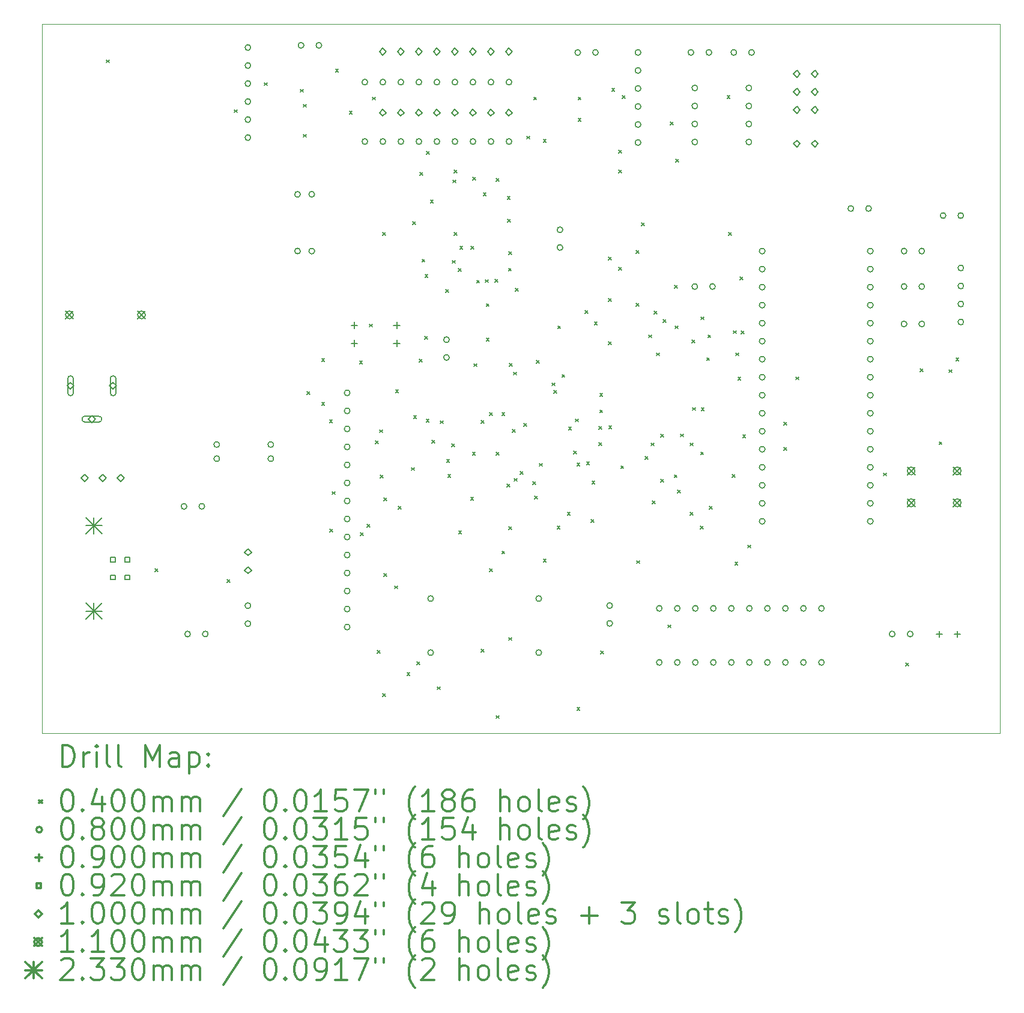
<source format=gbr>
%FSLAX45Y45*%
G04 Gerber Fmt 4.5, Leading zero omitted, Abs format (unit mm)*
G04 Created by KiCad (PCBNEW (5.1.10)-1) date 2022-06-26 08:25:24*
%MOMM*%
%LPD*%
G01*
G04 APERTURE LIST*
%TA.AperFunction,Profile*%
%ADD10C,0.050000*%
%TD*%
%ADD11C,0.200000*%
%ADD12C,0.300000*%
G04 APERTURE END LIST*
D10*
X16500000Y-13000000D02*
X3000000Y-13000000D01*
X16500000Y-3000000D02*
X16500000Y-13000000D01*
X3000000Y-3000000D02*
X16500000Y-3000000D01*
X3000000Y-3000000D02*
X3000000Y-13000000D01*
D11*
X3905000Y-3505000D02*
X3945000Y-3545000D01*
X3945000Y-3505000D02*
X3905000Y-3545000D01*
X4591120Y-10680000D02*
X4631120Y-10720000D01*
X4631120Y-10680000D02*
X4591120Y-10720000D01*
X5605000Y-10830000D02*
X5645000Y-10870000D01*
X5645000Y-10830000D02*
X5605000Y-10870000D01*
X5707000Y-4207000D02*
X5747000Y-4247000D01*
X5747000Y-4207000D02*
X5707000Y-4247000D01*
X6134000Y-3826000D02*
X6174000Y-3866000D01*
X6174000Y-3826000D02*
X6134000Y-3866000D01*
X6641680Y-3918320D02*
X6681680Y-3958320D01*
X6681680Y-3918320D02*
X6641680Y-3958320D01*
X6680000Y-4130000D02*
X6720000Y-4170000D01*
X6720000Y-4130000D02*
X6680000Y-4170000D01*
X6680000Y-4555000D02*
X6720000Y-4595000D01*
X6720000Y-4555000D02*
X6680000Y-4595000D01*
X6735520Y-8180000D02*
X6775520Y-8220000D01*
X6775520Y-8180000D02*
X6735520Y-8220000D01*
X6939600Y-8336600D02*
X6979600Y-8376600D01*
X6979600Y-8336600D02*
X6939600Y-8376600D01*
X6941000Y-7717000D02*
X6981000Y-7757000D01*
X6981000Y-7717000D02*
X6941000Y-7757000D01*
X7051360Y-8580440D02*
X7091360Y-8620440D01*
X7091360Y-8580440D02*
X7051360Y-8620440D01*
X7053450Y-10119400D02*
X7093450Y-10159400D01*
X7093450Y-10119400D02*
X7053450Y-10159400D01*
X7086780Y-9591500D02*
X7126780Y-9631500D01*
X7126780Y-9591500D02*
X7086780Y-9631500D01*
X7136500Y-3636500D02*
X7176500Y-3676500D01*
X7176500Y-3636500D02*
X7136500Y-3676500D01*
X7330000Y-4230000D02*
X7370000Y-4270000D01*
X7370000Y-4230000D02*
X7330000Y-4270000D01*
X7473450Y-7751640D02*
X7513450Y-7791640D01*
X7513450Y-7751640D02*
X7473450Y-7791640D01*
X7486530Y-10173700D02*
X7526530Y-10213700D01*
X7526530Y-10173700D02*
X7486530Y-10213700D01*
X7579680Y-10051600D02*
X7619680Y-10091600D01*
X7619680Y-10051600D02*
X7579680Y-10091600D01*
X7615240Y-7229160D02*
X7655240Y-7269160D01*
X7655240Y-7229160D02*
X7615240Y-7269160D01*
X7655000Y-4030000D02*
X7695000Y-4070000D01*
X7695000Y-4030000D02*
X7655000Y-4070000D01*
X7696520Y-8875080D02*
X7736520Y-8915080D01*
X7736520Y-8875080D02*
X7696520Y-8915080D01*
X7725320Y-11830000D02*
X7765320Y-11870000D01*
X7765320Y-11830000D02*
X7725320Y-11870000D01*
X7759880Y-8720000D02*
X7799880Y-8760000D01*
X7799880Y-8720000D02*
X7759880Y-8760000D01*
X7765320Y-9360000D02*
X7805320Y-9400000D01*
X7805320Y-9360000D02*
X7765320Y-9400000D01*
X7798120Y-5938840D02*
X7838120Y-5978840D01*
X7838120Y-5938840D02*
X7798120Y-5978840D01*
X7798120Y-12441200D02*
X7838120Y-12481200D01*
X7838120Y-12441200D02*
X7798120Y-12481200D01*
X7816160Y-9680000D02*
X7856160Y-9720000D01*
X7856160Y-9680000D02*
X7816160Y-9720000D01*
X7818440Y-10749600D02*
X7858440Y-10789600D01*
X7858440Y-10749600D02*
X7818440Y-10789600D01*
X7969170Y-10919900D02*
X8009170Y-10959900D01*
X8009170Y-10919900D02*
X7969170Y-10959900D01*
X7981000Y-8158800D02*
X8021000Y-8198800D01*
X8021000Y-8158800D02*
X7981000Y-8198800D01*
X8019980Y-9800100D02*
X8059980Y-9840100D01*
X8059980Y-9800100D02*
X8019980Y-9840100D01*
X8143560Y-12141500D02*
X8183560Y-12181500D01*
X8183560Y-12141500D02*
X8143560Y-12181500D01*
X8203840Y-9252740D02*
X8243840Y-9292740D01*
X8243840Y-9252740D02*
X8203840Y-9292740D01*
X8224840Y-5786440D02*
X8264840Y-5826440D01*
X8264840Y-5786440D02*
X8224840Y-5826440D01*
X8235000Y-8519480D02*
X8275000Y-8559480D01*
X8275000Y-8519480D02*
X8235000Y-8559480D01*
X8280720Y-11989100D02*
X8320720Y-12029100D01*
X8320720Y-11989100D02*
X8280720Y-12029100D01*
X8315160Y-7724550D02*
X8355160Y-7764550D01*
X8355160Y-7724550D02*
X8315160Y-7764550D01*
X8327010Y-5091950D02*
X8367010Y-5131950D01*
X8367010Y-5091950D02*
X8327010Y-5131950D01*
X8354380Y-6315430D02*
X8394380Y-6355430D01*
X8394380Y-6315430D02*
X8354380Y-6355430D01*
X8395320Y-7401840D02*
X8435320Y-7441840D01*
X8435320Y-7401840D02*
X8395320Y-7441840D01*
X8396330Y-6529330D02*
X8436330Y-6569330D01*
X8436330Y-6529330D02*
X8396330Y-6569330D01*
X8412800Y-8570280D02*
X8452800Y-8610280D01*
X8452800Y-8570280D02*
X8412800Y-8610280D01*
X8418000Y-4793990D02*
X8458000Y-4833990D01*
X8458000Y-4793990D02*
X8418000Y-4833990D01*
X8473760Y-5481640D02*
X8513760Y-5521640D01*
X8513760Y-5481640D02*
X8473760Y-5521640D01*
X8494080Y-8870000D02*
X8534080Y-8910000D01*
X8534080Y-8870000D02*
X8494080Y-8910000D01*
X8568500Y-12342900D02*
X8608500Y-12382900D01*
X8608500Y-12342900D02*
X8568500Y-12382900D01*
X8613480Y-8592850D02*
X8653480Y-8632850D01*
X8653480Y-8592850D02*
X8613480Y-8632850D01*
X8689350Y-6742970D02*
X8729350Y-6782970D01*
X8729350Y-6742970D02*
X8689350Y-6782970D01*
X8702360Y-9139240D02*
X8742360Y-9179240D01*
X8742360Y-9139240D02*
X8702360Y-9179240D01*
X8719380Y-9350360D02*
X8759380Y-9390360D01*
X8759380Y-9350360D02*
X8719380Y-9390360D01*
X8772000Y-8918000D02*
X8812000Y-8958000D01*
X8812000Y-8918000D02*
X8772000Y-8958000D01*
X8780630Y-6331170D02*
X8820630Y-6371170D01*
X8820630Y-6331170D02*
X8780630Y-6371170D01*
X8788680Y-5196600D02*
X8828680Y-5236600D01*
X8828680Y-5196600D02*
X8788680Y-5236600D01*
X8805000Y-5055000D02*
X8845000Y-5095000D01*
X8845000Y-5055000D02*
X8805000Y-5095000D01*
X8805090Y-5936330D02*
X8845090Y-5976330D01*
X8845090Y-5936330D02*
X8805090Y-5976330D01*
X8863940Y-6446410D02*
X8903940Y-6486410D01*
X8903940Y-6446410D02*
X8863940Y-6486410D01*
X8870250Y-10145900D02*
X8910250Y-10185900D01*
X8910250Y-10145900D02*
X8870250Y-10185900D01*
X8888490Y-6133340D02*
X8928490Y-6173340D01*
X8928490Y-6133340D02*
X8888490Y-6173340D01*
X9040000Y-9669920D02*
X9080000Y-9709920D01*
X9080000Y-9669920D02*
X9040000Y-9709920D01*
X9046230Y-6130770D02*
X9086230Y-6170770D01*
X9086230Y-6130770D02*
X9046230Y-6170770D01*
X9065760Y-9040000D02*
X9105760Y-9080000D01*
X9105760Y-9040000D02*
X9065760Y-9080000D01*
X9071060Y-5158610D02*
X9111060Y-5198610D01*
X9111060Y-5158610D02*
X9071060Y-5198610D01*
X9087460Y-7788550D02*
X9127460Y-7828550D01*
X9127460Y-7788550D02*
X9087460Y-7828550D01*
X9125740Y-6611920D02*
X9165740Y-6651920D01*
X9165740Y-6611920D02*
X9125740Y-6651920D01*
X9187000Y-8587000D02*
X9227000Y-8627000D01*
X9227000Y-8587000D02*
X9187000Y-8627000D01*
X9187420Y-11816600D02*
X9227420Y-11856600D01*
X9227420Y-11816600D02*
X9187420Y-11856600D01*
X9219330Y-5378060D02*
X9259330Y-5418060D01*
X9259330Y-5378060D02*
X9219330Y-5418060D01*
X9248080Y-6602470D02*
X9288080Y-6642470D01*
X9288080Y-6602470D02*
X9248080Y-6642470D01*
X9260000Y-6940760D02*
X9300000Y-6980760D01*
X9300000Y-6940760D02*
X9260000Y-6980760D01*
X9260000Y-7431200D02*
X9300000Y-7471200D01*
X9300000Y-7431200D02*
X9260000Y-7471200D01*
X9305000Y-8480000D02*
X9345000Y-8520000D01*
X9345000Y-8480000D02*
X9305000Y-8520000D01*
X9305000Y-10680000D02*
X9345000Y-10720000D01*
X9345000Y-10680000D02*
X9305000Y-10720000D01*
X9380390Y-6600870D02*
X9420390Y-6640870D01*
X9420390Y-6600870D02*
X9380390Y-6640870D01*
X9400610Y-9040000D02*
X9440610Y-9080000D01*
X9440610Y-9040000D02*
X9400610Y-9080000D01*
X9400610Y-12750600D02*
X9440610Y-12790600D01*
X9440610Y-12750600D02*
X9400610Y-12790600D01*
X9401980Y-5174850D02*
X9441980Y-5214850D01*
X9441980Y-5174850D02*
X9401980Y-5214850D01*
X9480000Y-8480000D02*
X9520000Y-8520000D01*
X9520000Y-8480000D02*
X9480000Y-8520000D01*
X9480000Y-10430000D02*
X9520000Y-10470000D01*
X9520000Y-10430000D02*
X9480000Y-10470000D01*
X9553450Y-9485110D02*
X9593450Y-9525110D01*
X9593450Y-9485110D02*
X9553450Y-9525110D01*
X9557420Y-5427220D02*
X9597420Y-5467220D01*
X9597420Y-5427220D02*
X9557420Y-5467220D01*
X9564020Y-5752000D02*
X9604020Y-5792000D01*
X9604020Y-5752000D02*
X9564020Y-5792000D01*
X9574000Y-6443000D02*
X9614000Y-6483000D01*
X9614000Y-6443000D02*
X9574000Y-6483000D01*
X9576000Y-6210000D02*
X9616000Y-6250000D01*
X9616000Y-6210000D02*
X9576000Y-6250000D01*
X9580090Y-10089200D02*
X9620090Y-10129200D01*
X9620090Y-10089200D02*
X9580090Y-10129200D01*
X9580090Y-11650100D02*
X9620090Y-11690100D01*
X9620090Y-11650100D02*
X9580090Y-11690100D01*
X9588700Y-7782120D02*
X9628700Y-7822120D01*
X9628700Y-7782120D02*
X9588700Y-7822120D01*
X9626260Y-8717740D02*
X9666260Y-8757740D01*
X9666260Y-8717740D02*
X9626260Y-8757740D01*
X9645540Y-7906580D02*
X9685540Y-7946580D01*
X9685540Y-7906580D02*
X9645540Y-7946580D01*
X9654590Y-9405410D02*
X9694590Y-9445410D01*
X9694590Y-9405410D02*
X9654590Y-9445410D01*
X9668800Y-6723120D02*
X9708800Y-6763120D01*
X9708800Y-6723120D02*
X9668800Y-6763120D01*
X9741000Y-9311000D02*
X9781000Y-9351000D01*
X9781000Y-9311000D02*
X9741000Y-9351000D01*
X9789480Y-8630000D02*
X9829480Y-8670000D01*
X9829480Y-8630000D02*
X9789480Y-8670000D01*
X9830000Y-4580000D02*
X9870000Y-4620000D01*
X9870000Y-4580000D02*
X9830000Y-4620000D01*
X9915050Y-9452020D02*
X9955050Y-9492020D01*
X9955050Y-9452020D02*
X9915050Y-9492020D01*
X9930000Y-4030000D02*
X9970000Y-4070000D01*
X9970000Y-4030000D02*
X9930000Y-4070000D01*
X9939880Y-9658120D02*
X9979880Y-9698120D01*
X9979880Y-9658120D02*
X9939880Y-9698120D01*
X9970000Y-7741000D02*
X10010000Y-7781000D01*
X10010000Y-7741000D02*
X9970000Y-7781000D01*
X10007310Y-9192710D02*
X10047310Y-9232710D01*
X10047310Y-9192710D02*
X10007310Y-9232710D01*
X10063800Y-4628200D02*
X10103800Y-4668200D01*
X10103800Y-4628200D02*
X10063800Y-4668200D01*
X10065000Y-10545000D02*
X10105000Y-10585000D01*
X10105000Y-10545000D02*
X10065000Y-10585000D01*
X10186100Y-8058140D02*
X10226100Y-8098140D01*
X10226100Y-8058140D02*
X10186100Y-8098140D01*
X10211100Y-8164750D02*
X10251100Y-8204750D01*
X10251100Y-8164750D02*
X10211100Y-8204750D01*
X10260000Y-10080000D02*
X10300000Y-10120000D01*
X10300000Y-10080000D02*
X10260000Y-10120000D01*
X10267900Y-7254770D02*
X10307900Y-7294770D01*
X10307900Y-7254770D02*
X10267900Y-7294770D01*
X10326830Y-7941180D02*
X10366830Y-7981180D01*
X10366830Y-7941180D02*
X10326830Y-7981180D01*
X10404500Y-9885500D02*
X10444500Y-9925500D01*
X10444500Y-9885500D02*
X10404500Y-9925500D01*
X10420600Y-8681810D02*
X10460600Y-8721810D01*
X10460600Y-8681810D02*
X10420600Y-8721810D01*
X10494000Y-9022000D02*
X10534000Y-9062000D01*
X10534000Y-9022000D02*
X10494000Y-9062000D01*
X10519000Y-8567000D02*
X10559000Y-8607000D01*
X10559000Y-8567000D02*
X10519000Y-8607000D01*
X10539000Y-9188000D02*
X10579000Y-9228000D01*
X10579000Y-9188000D02*
X10539000Y-9228000D01*
X10539000Y-12635000D02*
X10579000Y-12675000D01*
X10579000Y-12635000D02*
X10539000Y-12675000D01*
X10555000Y-4030000D02*
X10595000Y-4070000D01*
X10595000Y-4030000D02*
X10555000Y-4070000D01*
X10555000Y-4330000D02*
X10595000Y-4370000D01*
X10595000Y-4330000D02*
X10555000Y-4370000D01*
X10652000Y-7040000D02*
X10692000Y-7080000D01*
X10692000Y-7040000D02*
X10652000Y-7080000D01*
X10674710Y-9170330D02*
X10714710Y-9210330D01*
X10714710Y-9170330D02*
X10674710Y-9210330D01*
X10737250Y-9987190D02*
X10777250Y-10027190D01*
X10777250Y-9987190D02*
X10737250Y-10027190D01*
X10749930Y-9445900D02*
X10789930Y-9485900D01*
X10789930Y-9445900D02*
X10749930Y-9485900D01*
X10784000Y-7199000D02*
X10824000Y-7239000D01*
X10824000Y-7199000D02*
X10784000Y-7239000D01*
X10851000Y-8673000D02*
X10891000Y-8713000D01*
X10891000Y-8673000D02*
X10851000Y-8713000D01*
X10851000Y-8900000D02*
X10891000Y-8940000D01*
X10891000Y-8900000D02*
X10851000Y-8940000D01*
X10860000Y-8207000D02*
X10900000Y-8247000D01*
X10900000Y-8207000D02*
X10860000Y-8247000D01*
X10860000Y-8441000D02*
X10900000Y-8481000D01*
X10900000Y-8441000D02*
X10860000Y-8481000D01*
X10873000Y-11842000D02*
X10913000Y-11882000D01*
X10913000Y-11842000D02*
X10873000Y-11882000D01*
X10982000Y-6284000D02*
X11022000Y-6324000D01*
X11022000Y-6284000D02*
X10982000Y-6324000D01*
X10982000Y-6872000D02*
X11022000Y-6912000D01*
X11022000Y-6872000D02*
X10982000Y-6912000D01*
X10982000Y-7479000D02*
X11022000Y-7519000D01*
X11022000Y-7479000D02*
X10982000Y-7519000D01*
X10988000Y-8666000D02*
X11028000Y-8706000D01*
X11028000Y-8666000D02*
X10988000Y-8706000D01*
X11030000Y-3905000D02*
X11070000Y-3945000D01*
X11070000Y-3905000D02*
X11030000Y-3945000D01*
X11129000Y-6430000D02*
X11169000Y-6470000D01*
X11169000Y-6430000D02*
X11129000Y-6470000D01*
X11130000Y-4780000D02*
X11170000Y-4820000D01*
X11170000Y-4780000D02*
X11130000Y-4820000D01*
X11130000Y-5055000D02*
X11170000Y-5095000D01*
X11170000Y-5055000D02*
X11130000Y-5095000D01*
X11158000Y-9228000D02*
X11198000Y-9268000D01*
X11198000Y-9228000D02*
X11158000Y-9268000D01*
X11180000Y-4005000D02*
X11220000Y-4045000D01*
X11220000Y-4005000D02*
X11180000Y-4045000D01*
X11370000Y-6190000D02*
X11410000Y-6230000D01*
X11410000Y-6190000D02*
X11370000Y-6230000D01*
X11370000Y-6940000D02*
X11410000Y-6980000D01*
X11410000Y-6940000D02*
X11370000Y-6980000D01*
X11379000Y-10566000D02*
X11419000Y-10606000D01*
X11419000Y-10566000D02*
X11379000Y-10606000D01*
X11447000Y-5801000D02*
X11487000Y-5841000D01*
X11487000Y-5801000D02*
X11447000Y-5841000D01*
X11500000Y-9094000D02*
X11540000Y-9134000D01*
X11540000Y-9094000D02*
X11500000Y-9134000D01*
X11548500Y-7381500D02*
X11588500Y-7421500D01*
X11588500Y-7381500D02*
X11548500Y-7421500D01*
X11585500Y-8905500D02*
X11625500Y-8945500D01*
X11625500Y-8905500D02*
X11585500Y-8945500D01*
X11600000Y-9720000D02*
X11640000Y-9760000D01*
X11640000Y-9720000D02*
X11600000Y-9760000D01*
X11627000Y-7046000D02*
X11667000Y-7086000D01*
X11667000Y-7046000D02*
X11627000Y-7086000D01*
X11662500Y-7635500D02*
X11702500Y-7675500D01*
X11702500Y-7635500D02*
X11662500Y-7675500D01*
X11720000Y-8780000D02*
X11760000Y-8820000D01*
X11760000Y-8780000D02*
X11720000Y-8820000D01*
X11720000Y-9420000D02*
X11760000Y-9460000D01*
X11760000Y-9420000D02*
X11720000Y-9460000D01*
X11751000Y-7168000D02*
X11791000Y-7208000D01*
X11791000Y-7168000D02*
X11751000Y-7208000D01*
X11821500Y-11471500D02*
X11861500Y-11511500D01*
X11861500Y-11471500D02*
X11821500Y-11511500D01*
X11855000Y-4380000D02*
X11895000Y-4420000D01*
X11895000Y-4380000D02*
X11855000Y-4420000D01*
X11911500Y-9355000D02*
X11951500Y-9395000D01*
X11951500Y-9355000D02*
X11911500Y-9395000D01*
X11914000Y-6683000D02*
X11954000Y-6723000D01*
X11954000Y-6683000D02*
X11914000Y-6723000D01*
X11920500Y-7254500D02*
X11960500Y-7294500D01*
X11960500Y-7254500D02*
X11920500Y-7294500D01*
X11930000Y-4905000D02*
X11970000Y-4945000D01*
X11970000Y-4905000D02*
X11930000Y-4945000D01*
X11960000Y-9570000D02*
X12000000Y-9610000D01*
X12000000Y-9570000D02*
X11960000Y-9610000D01*
X12001500Y-8778500D02*
X12041500Y-8818500D01*
X12041500Y-8778500D02*
X12001500Y-8818500D01*
X12134500Y-8905500D02*
X12174500Y-8945500D01*
X12174500Y-8905500D02*
X12134500Y-8945500D01*
X12134500Y-9885500D02*
X12174500Y-9925500D01*
X12174500Y-9885500D02*
X12134500Y-9925500D01*
X12163000Y-7456000D02*
X12203000Y-7496000D01*
X12203000Y-7456000D02*
X12163000Y-7496000D01*
X12171390Y-8406410D02*
X12211390Y-8446410D01*
X12211390Y-8406410D02*
X12171390Y-8446410D01*
X12280000Y-10080000D02*
X12320000Y-10120000D01*
X12320000Y-10080000D02*
X12280000Y-10120000D01*
X12282500Y-9032500D02*
X12322500Y-9072500D01*
X12322500Y-9032500D02*
X12282500Y-9072500D01*
X12286000Y-7128000D02*
X12326000Y-7168000D01*
X12326000Y-7128000D02*
X12286000Y-7168000D01*
X12291000Y-8407500D02*
X12331000Y-8447500D01*
X12331000Y-8407500D02*
X12291000Y-8447500D01*
X12367540Y-7704520D02*
X12407540Y-7744520D01*
X12407540Y-7704520D02*
X12367540Y-7744520D01*
X12385500Y-7381500D02*
X12425500Y-7421500D01*
X12425500Y-7381500D02*
X12385500Y-7421500D01*
X12404300Y-9798750D02*
X12444300Y-9838750D01*
X12444300Y-9798750D02*
X12404300Y-9838750D01*
X12655000Y-4005000D02*
X12695000Y-4045000D01*
X12695000Y-4005000D02*
X12655000Y-4045000D01*
X12677000Y-5940000D02*
X12717000Y-5980000D01*
X12717000Y-5940000D02*
X12677000Y-5980000D01*
X12730000Y-9350000D02*
X12770000Y-9390000D01*
X12770000Y-9350000D02*
X12730000Y-9390000D01*
X12746240Y-7321790D02*
X12786240Y-7361790D01*
X12786240Y-7321790D02*
X12746240Y-7361790D01*
X12765000Y-10587000D02*
X12805000Y-10627000D01*
X12805000Y-10587000D02*
X12765000Y-10627000D01*
X12775500Y-7635500D02*
X12815500Y-7675500D01*
X12815500Y-7635500D02*
X12775500Y-7675500D01*
X12807000Y-7976000D02*
X12847000Y-8016000D01*
X12847000Y-7976000D02*
X12807000Y-8016000D01*
X12837000Y-6563000D02*
X12877000Y-6603000D01*
X12877000Y-6563000D02*
X12837000Y-6603000D01*
X12855000Y-7324000D02*
X12895000Y-7364000D01*
X12895000Y-7324000D02*
X12855000Y-7364000D01*
X12876000Y-8793000D02*
X12916000Y-8833000D01*
X12916000Y-8793000D02*
X12876000Y-8833000D01*
X12949000Y-10346000D02*
X12989000Y-10386000D01*
X12989000Y-10346000D02*
X12949000Y-10386000D01*
X13456000Y-8611000D02*
X13496000Y-8651000D01*
X13496000Y-8611000D02*
X13456000Y-8651000D01*
X13456000Y-8971000D02*
X13496000Y-9011000D01*
X13496000Y-8971000D02*
X13456000Y-9011000D01*
X13628000Y-7975000D02*
X13668000Y-8015000D01*
X13668000Y-7975000D02*
X13628000Y-8015000D01*
X14859270Y-9328790D02*
X14899270Y-9368790D01*
X14899270Y-9328790D02*
X14859270Y-9368790D01*
X15175000Y-12007000D02*
X15215000Y-12047000D01*
X15215000Y-12007000D02*
X15175000Y-12047000D01*
X15375000Y-7861000D02*
X15415000Y-7901000D01*
X15415000Y-7861000D02*
X15375000Y-7901000D01*
X15643500Y-8889500D02*
X15683500Y-8929500D01*
X15683500Y-8889500D02*
X15643500Y-8929500D01*
X15782000Y-7874000D02*
X15822000Y-7914000D01*
X15822000Y-7874000D02*
X15782000Y-7914000D01*
X15882000Y-7710000D02*
X15922000Y-7750000D01*
X15922000Y-7710000D02*
X15882000Y-7750000D01*
X5040000Y-9800000D02*
G75*
G03*
X5040000Y-9800000I-40000J0D01*
G01*
X5090000Y-11600000D02*
G75*
G03*
X5090000Y-11600000I-40000J0D01*
G01*
X5290000Y-9800000D02*
G75*
G03*
X5290000Y-9800000I-40000J0D01*
G01*
X5340000Y-11600000D02*
G75*
G03*
X5340000Y-11600000I-40000J0D01*
G01*
X5501000Y-8928000D02*
G75*
G03*
X5501000Y-8928000I-40000J0D01*
G01*
X5501000Y-9128000D02*
G75*
G03*
X5501000Y-9128000I-40000J0D01*
G01*
X5940000Y-3330000D02*
G75*
G03*
X5940000Y-3330000I-40000J0D01*
G01*
X5940000Y-3584000D02*
G75*
G03*
X5940000Y-3584000I-40000J0D01*
G01*
X5940000Y-3838000D02*
G75*
G03*
X5940000Y-3838000I-40000J0D01*
G01*
X5940000Y-4092000D02*
G75*
G03*
X5940000Y-4092000I-40000J0D01*
G01*
X5940000Y-4346000D02*
G75*
G03*
X5940000Y-4346000I-40000J0D01*
G01*
X5940000Y-4600000D02*
G75*
G03*
X5940000Y-4600000I-40000J0D01*
G01*
X5940000Y-11200000D02*
G75*
G03*
X5940000Y-11200000I-40000J0D01*
G01*
X5940000Y-11454000D02*
G75*
G03*
X5940000Y-11454000I-40000J0D01*
G01*
X6263000Y-8928000D02*
G75*
G03*
X6263000Y-8928000I-40000J0D01*
G01*
X6263000Y-9128000D02*
G75*
G03*
X6263000Y-9128000I-40000J0D01*
G01*
X6640000Y-5400000D02*
G75*
G03*
X6640000Y-5400000I-40000J0D01*
G01*
X6640000Y-6200000D02*
G75*
G03*
X6640000Y-6200000I-40000J0D01*
G01*
X6690000Y-3300000D02*
G75*
G03*
X6690000Y-3300000I-40000J0D01*
G01*
X6840000Y-5400000D02*
G75*
G03*
X6840000Y-5400000I-40000J0D01*
G01*
X6840000Y-6200000D02*
G75*
G03*
X6840000Y-6200000I-40000J0D01*
G01*
X6940000Y-3300000D02*
G75*
G03*
X6940000Y-3300000I-40000J0D01*
G01*
X7340000Y-8200000D02*
G75*
G03*
X7340000Y-8200000I-40000J0D01*
G01*
X7340000Y-8454000D02*
G75*
G03*
X7340000Y-8454000I-40000J0D01*
G01*
X7340000Y-8708000D02*
G75*
G03*
X7340000Y-8708000I-40000J0D01*
G01*
X7340000Y-8962000D02*
G75*
G03*
X7340000Y-8962000I-40000J0D01*
G01*
X7340000Y-9216000D02*
G75*
G03*
X7340000Y-9216000I-40000J0D01*
G01*
X7340000Y-9470000D02*
G75*
G03*
X7340000Y-9470000I-40000J0D01*
G01*
X7340000Y-9724000D02*
G75*
G03*
X7340000Y-9724000I-40000J0D01*
G01*
X7340000Y-9978000D02*
G75*
G03*
X7340000Y-9978000I-40000J0D01*
G01*
X7340000Y-10232000D02*
G75*
G03*
X7340000Y-10232000I-40000J0D01*
G01*
X7340000Y-10486000D02*
G75*
G03*
X7340000Y-10486000I-40000J0D01*
G01*
X7340000Y-10740000D02*
G75*
G03*
X7340000Y-10740000I-40000J0D01*
G01*
X7340000Y-10994000D02*
G75*
G03*
X7340000Y-10994000I-40000J0D01*
G01*
X7340000Y-11248000D02*
G75*
G03*
X7340000Y-11248000I-40000J0D01*
G01*
X7340000Y-11502000D02*
G75*
G03*
X7340000Y-11502000I-40000J0D01*
G01*
X7589000Y-3818200D02*
G75*
G03*
X7589000Y-3818200I-40000J0D01*
G01*
X7589000Y-4654600D02*
G75*
G03*
X7589000Y-4654600I-40000J0D01*
G01*
X7843000Y-3818200D02*
G75*
G03*
X7843000Y-3818200I-40000J0D01*
G01*
X7843000Y-4654600D02*
G75*
G03*
X7843000Y-4654600I-40000J0D01*
G01*
X8097000Y-3818200D02*
G75*
G03*
X8097000Y-3818200I-40000J0D01*
G01*
X8097000Y-4654600D02*
G75*
G03*
X8097000Y-4654600I-40000J0D01*
G01*
X8351000Y-3818200D02*
G75*
G03*
X8351000Y-3818200I-40000J0D01*
G01*
X8351000Y-4654600D02*
G75*
G03*
X8351000Y-4654600I-40000J0D01*
G01*
X8516000Y-11100000D02*
G75*
G03*
X8516000Y-11100000I-40000J0D01*
G01*
X8516000Y-11862000D02*
G75*
G03*
X8516000Y-11862000I-40000J0D01*
G01*
X8605000Y-3818200D02*
G75*
G03*
X8605000Y-3818200I-40000J0D01*
G01*
X8605000Y-4654600D02*
G75*
G03*
X8605000Y-4654600I-40000J0D01*
G01*
X8740000Y-7450000D02*
G75*
G03*
X8740000Y-7450000I-40000J0D01*
G01*
X8740000Y-7700000D02*
G75*
G03*
X8740000Y-7700000I-40000J0D01*
G01*
X8859000Y-3818200D02*
G75*
G03*
X8859000Y-3818200I-40000J0D01*
G01*
X8859000Y-4654600D02*
G75*
G03*
X8859000Y-4654600I-40000J0D01*
G01*
X9113000Y-3818200D02*
G75*
G03*
X9113000Y-3818200I-40000J0D01*
G01*
X9113000Y-4654600D02*
G75*
G03*
X9113000Y-4654600I-40000J0D01*
G01*
X9367000Y-3818200D02*
G75*
G03*
X9367000Y-3818200I-40000J0D01*
G01*
X9367000Y-4654600D02*
G75*
G03*
X9367000Y-4654600I-40000J0D01*
G01*
X9621000Y-3818200D02*
G75*
G03*
X9621000Y-3818200I-40000J0D01*
G01*
X9621000Y-4654600D02*
G75*
G03*
X9621000Y-4654600I-40000J0D01*
G01*
X10040000Y-11100000D02*
G75*
G03*
X10040000Y-11100000I-40000J0D01*
G01*
X10040000Y-11862000D02*
G75*
G03*
X10040000Y-11862000I-40000J0D01*
G01*
X10340000Y-5900000D02*
G75*
G03*
X10340000Y-5900000I-40000J0D01*
G01*
X10340000Y-6150000D02*
G75*
G03*
X10340000Y-6150000I-40000J0D01*
G01*
X10590000Y-3400000D02*
G75*
G03*
X10590000Y-3400000I-40000J0D01*
G01*
X10840000Y-3400000D02*
G75*
G03*
X10840000Y-3400000I-40000J0D01*
G01*
X11040000Y-11200000D02*
G75*
G03*
X11040000Y-11200000I-40000J0D01*
G01*
X11040000Y-11450000D02*
G75*
G03*
X11040000Y-11450000I-40000J0D01*
G01*
X11440000Y-3400000D02*
G75*
G03*
X11440000Y-3400000I-40000J0D01*
G01*
X11440000Y-3654000D02*
G75*
G03*
X11440000Y-3654000I-40000J0D01*
G01*
X11440000Y-3908000D02*
G75*
G03*
X11440000Y-3908000I-40000J0D01*
G01*
X11440000Y-4162000D02*
G75*
G03*
X11440000Y-4162000I-40000J0D01*
G01*
X11440000Y-4416000D02*
G75*
G03*
X11440000Y-4416000I-40000J0D01*
G01*
X11440000Y-4670000D02*
G75*
G03*
X11440000Y-4670000I-40000J0D01*
G01*
X11740000Y-11238000D02*
G75*
G03*
X11740000Y-11238000I-40000J0D01*
G01*
X11740000Y-12000000D02*
G75*
G03*
X11740000Y-12000000I-40000J0D01*
G01*
X11994000Y-11238000D02*
G75*
G03*
X11994000Y-11238000I-40000J0D01*
G01*
X11994000Y-12000000D02*
G75*
G03*
X11994000Y-12000000I-40000J0D01*
G01*
X12186000Y-3400000D02*
G75*
G03*
X12186000Y-3400000I-40000J0D01*
G01*
X12240000Y-3900000D02*
G75*
G03*
X12240000Y-3900000I-40000J0D01*
G01*
X12240000Y-4154000D02*
G75*
G03*
X12240000Y-4154000I-40000J0D01*
G01*
X12240000Y-4408000D02*
G75*
G03*
X12240000Y-4408000I-40000J0D01*
G01*
X12240000Y-4662000D02*
G75*
G03*
X12240000Y-4662000I-40000J0D01*
G01*
X12240000Y-6700000D02*
G75*
G03*
X12240000Y-6700000I-40000J0D01*
G01*
X12248000Y-11238000D02*
G75*
G03*
X12248000Y-11238000I-40000J0D01*
G01*
X12248000Y-12000000D02*
G75*
G03*
X12248000Y-12000000I-40000J0D01*
G01*
X12440000Y-3400000D02*
G75*
G03*
X12440000Y-3400000I-40000J0D01*
G01*
X12490000Y-6700000D02*
G75*
G03*
X12490000Y-6700000I-40000J0D01*
G01*
X12502000Y-11238000D02*
G75*
G03*
X12502000Y-11238000I-40000J0D01*
G01*
X12502000Y-12000000D02*
G75*
G03*
X12502000Y-12000000I-40000J0D01*
G01*
X12756000Y-11238000D02*
G75*
G03*
X12756000Y-11238000I-40000J0D01*
G01*
X12756000Y-12000000D02*
G75*
G03*
X12756000Y-12000000I-40000J0D01*
G01*
X12790000Y-3400000D02*
G75*
G03*
X12790000Y-3400000I-40000J0D01*
G01*
X13002000Y-3900000D02*
G75*
G03*
X13002000Y-3900000I-40000J0D01*
G01*
X13002000Y-4154000D02*
G75*
G03*
X13002000Y-4154000I-40000J0D01*
G01*
X13002000Y-4408000D02*
G75*
G03*
X13002000Y-4408000I-40000J0D01*
G01*
X13002000Y-4662000D02*
G75*
G03*
X13002000Y-4662000I-40000J0D01*
G01*
X13010000Y-11238000D02*
G75*
G03*
X13010000Y-11238000I-40000J0D01*
G01*
X13010000Y-12000000D02*
G75*
G03*
X13010000Y-12000000I-40000J0D01*
G01*
X13040000Y-3400000D02*
G75*
G03*
X13040000Y-3400000I-40000J0D01*
G01*
X13190000Y-6200000D02*
G75*
G03*
X13190000Y-6200000I-40000J0D01*
G01*
X13190000Y-6454000D02*
G75*
G03*
X13190000Y-6454000I-40000J0D01*
G01*
X13190000Y-6708000D02*
G75*
G03*
X13190000Y-6708000I-40000J0D01*
G01*
X13190000Y-6962000D02*
G75*
G03*
X13190000Y-6962000I-40000J0D01*
G01*
X13190000Y-7216000D02*
G75*
G03*
X13190000Y-7216000I-40000J0D01*
G01*
X13190000Y-7470000D02*
G75*
G03*
X13190000Y-7470000I-40000J0D01*
G01*
X13190000Y-7724000D02*
G75*
G03*
X13190000Y-7724000I-40000J0D01*
G01*
X13190000Y-7978000D02*
G75*
G03*
X13190000Y-7978000I-40000J0D01*
G01*
X13190000Y-8232000D02*
G75*
G03*
X13190000Y-8232000I-40000J0D01*
G01*
X13190000Y-8486000D02*
G75*
G03*
X13190000Y-8486000I-40000J0D01*
G01*
X13190000Y-8740000D02*
G75*
G03*
X13190000Y-8740000I-40000J0D01*
G01*
X13190000Y-8994000D02*
G75*
G03*
X13190000Y-8994000I-40000J0D01*
G01*
X13190000Y-9248000D02*
G75*
G03*
X13190000Y-9248000I-40000J0D01*
G01*
X13190000Y-9502000D02*
G75*
G03*
X13190000Y-9502000I-40000J0D01*
G01*
X13190000Y-9756000D02*
G75*
G03*
X13190000Y-9756000I-40000J0D01*
G01*
X13190000Y-10010000D02*
G75*
G03*
X13190000Y-10010000I-40000J0D01*
G01*
X13264000Y-11238000D02*
G75*
G03*
X13264000Y-11238000I-40000J0D01*
G01*
X13264000Y-12000000D02*
G75*
G03*
X13264000Y-12000000I-40000J0D01*
G01*
X13518000Y-11238000D02*
G75*
G03*
X13518000Y-11238000I-40000J0D01*
G01*
X13518000Y-12000000D02*
G75*
G03*
X13518000Y-12000000I-40000J0D01*
G01*
X13772000Y-11238000D02*
G75*
G03*
X13772000Y-11238000I-40000J0D01*
G01*
X13772000Y-12000000D02*
G75*
G03*
X13772000Y-12000000I-40000J0D01*
G01*
X14026000Y-11238000D02*
G75*
G03*
X14026000Y-11238000I-40000J0D01*
G01*
X14026000Y-12000000D02*
G75*
G03*
X14026000Y-12000000I-40000J0D01*
G01*
X14440000Y-5600000D02*
G75*
G03*
X14440000Y-5600000I-40000J0D01*
G01*
X14690000Y-5600000D02*
G75*
G03*
X14690000Y-5600000I-40000J0D01*
G01*
X14714000Y-6200000D02*
G75*
G03*
X14714000Y-6200000I-40000J0D01*
G01*
X14714000Y-6454000D02*
G75*
G03*
X14714000Y-6454000I-40000J0D01*
G01*
X14714000Y-6708000D02*
G75*
G03*
X14714000Y-6708000I-40000J0D01*
G01*
X14714000Y-6962000D02*
G75*
G03*
X14714000Y-6962000I-40000J0D01*
G01*
X14714000Y-7216000D02*
G75*
G03*
X14714000Y-7216000I-40000J0D01*
G01*
X14714000Y-7470000D02*
G75*
G03*
X14714000Y-7470000I-40000J0D01*
G01*
X14714000Y-7724000D02*
G75*
G03*
X14714000Y-7724000I-40000J0D01*
G01*
X14714000Y-7978000D02*
G75*
G03*
X14714000Y-7978000I-40000J0D01*
G01*
X14714000Y-8232000D02*
G75*
G03*
X14714000Y-8232000I-40000J0D01*
G01*
X14714000Y-8486000D02*
G75*
G03*
X14714000Y-8486000I-40000J0D01*
G01*
X14714000Y-8740000D02*
G75*
G03*
X14714000Y-8740000I-40000J0D01*
G01*
X14714000Y-8994000D02*
G75*
G03*
X14714000Y-8994000I-40000J0D01*
G01*
X14714000Y-9248000D02*
G75*
G03*
X14714000Y-9248000I-40000J0D01*
G01*
X14714000Y-9502000D02*
G75*
G03*
X14714000Y-9502000I-40000J0D01*
G01*
X14714000Y-9756000D02*
G75*
G03*
X14714000Y-9756000I-40000J0D01*
G01*
X14714000Y-10010000D02*
G75*
G03*
X14714000Y-10010000I-40000J0D01*
G01*
X15023000Y-11600000D02*
G75*
G03*
X15023000Y-11600000I-40000J0D01*
G01*
X15190000Y-6200000D02*
G75*
G03*
X15190000Y-6200000I-40000J0D01*
G01*
X15190000Y-6700000D02*
G75*
G03*
X15190000Y-6700000I-40000J0D01*
G01*
X15190000Y-7228000D02*
G75*
G03*
X15190000Y-7228000I-40000J0D01*
G01*
X15277000Y-11600000D02*
G75*
G03*
X15277000Y-11600000I-40000J0D01*
G01*
X15440000Y-6200000D02*
G75*
G03*
X15440000Y-6200000I-40000J0D01*
G01*
X15440000Y-6700000D02*
G75*
G03*
X15440000Y-6700000I-40000J0D01*
G01*
X15440000Y-7228000D02*
G75*
G03*
X15440000Y-7228000I-40000J0D01*
G01*
X15740000Y-5700000D02*
G75*
G03*
X15740000Y-5700000I-40000J0D01*
G01*
X15990000Y-5700000D02*
G75*
G03*
X15990000Y-5700000I-40000J0D01*
G01*
X15990000Y-6438000D02*
G75*
G03*
X15990000Y-6438000I-40000J0D01*
G01*
X15990000Y-6692000D02*
G75*
G03*
X15990000Y-6692000I-40000J0D01*
G01*
X15990000Y-6946000D02*
G75*
G03*
X15990000Y-6946000I-40000J0D01*
G01*
X15990000Y-7200000D02*
G75*
G03*
X15990000Y-7200000I-40000J0D01*
G01*
X7400000Y-7201000D02*
X7400000Y-7291000D01*
X7355000Y-7246000D02*
X7445000Y-7246000D01*
X7400000Y-7455000D02*
X7400000Y-7545000D01*
X7355000Y-7500000D02*
X7445000Y-7500000D01*
X8000000Y-7201000D02*
X8000000Y-7291000D01*
X7955000Y-7246000D02*
X8045000Y-7246000D01*
X8000000Y-7455000D02*
X8000000Y-7545000D01*
X7955000Y-7500000D02*
X8045000Y-7500000D01*
X15646000Y-11555000D02*
X15646000Y-11645000D01*
X15601000Y-11600000D02*
X15691000Y-11600000D01*
X15900000Y-11555000D02*
X15900000Y-11645000D01*
X15855000Y-11600000D02*
X15945000Y-11600000D01*
X4032527Y-10582527D02*
X4032527Y-10517473D01*
X3967473Y-10517473D01*
X3967473Y-10582527D01*
X4032527Y-10582527D01*
X4032527Y-10832527D02*
X4032527Y-10767473D01*
X3967473Y-10767473D01*
X3967473Y-10832527D01*
X4032527Y-10832527D01*
X4232527Y-10582527D02*
X4232527Y-10517473D01*
X4167473Y-10517473D01*
X4167473Y-10582527D01*
X4232527Y-10582527D01*
X4232527Y-10832527D02*
X4232527Y-10767473D01*
X4167473Y-10767473D01*
X4167473Y-10832527D01*
X4232527Y-10832527D01*
X3400000Y-8150000D02*
X3450000Y-8100000D01*
X3400000Y-8050000D01*
X3350000Y-8100000D01*
X3400000Y-8150000D01*
X3360000Y-8000000D02*
X3360000Y-8200000D01*
X3440000Y-8000000D02*
X3440000Y-8200000D01*
X3360000Y-8200000D02*
G75*
G03*
X3440000Y-8200000I40000J0D01*
G01*
X3440000Y-8000000D02*
G75*
G03*
X3360000Y-8000000I-40000J0D01*
G01*
X3600000Y-9450000D02*
X3650000Y-9400000D01*
X3600000Y-9350000D01*
X3550000Y-9400000D01*
X3600000Y-9450000D01*
X3700000Y-8620000D02*
X3750000Y-8570000D01*
X3700000Y-8520000D01*
X3650000Y-8570000D01*
X3700000Y-8620000D01*
X3600000Y-8610000D02*
X3800000Y-8610000D01*
X3600000Y-8530000D02*
X3800000Y-8530000D01*
X3800000Y-8610000D02*
G75*
G03*
X3800000Y-8530000I0J40000D01*
G01*
X3600000Y-8530000D02*
G75*
G03*
X3600000Y-8610000I0J-40000D01*
G01*
X3854000Y-9450000D02*
X3904000Y-9400000D01*
X3854000Y-9350000D01*
X3804000Y-9400000D01*
X3854000Y-9450000D01*
X4000000Y-8150000D02*
X4050000Y-8100000D01*
X4000000Y-8050000D01*
X3950000Y-8100000D01*
X4000000Y-8150000D01*
X3960000Y-8000000D02*
X3960000Y-8200000D01*
X4040000Y-8000000D02*
X4040000Y-8200000D01*
X3960000Y-8200000D02*
G75*
G03*
X4040000Y-8200000I40000J0D01*
G01*
X4040000Y-8000000D02*
G75*
G03*
X3960000Y-8000000I-40000J0D01*
G01*
X4108000Y-9450000D02*
X4158000Y-9400000D01*
X4108000Y-9350000D01*
X4058000Y-9400000D01*
X4108000Y-9450000D01*
X5900000Y-10496000D02*
X5950000Y-10446000D01*
X5900000Y-10396000D01*
X5850000Y-10446000D01*
X5900000Y-10496000D01*
X5900000Y-10750000D02*
X5950000Y-10700000D01*
X5900000Y-10650000D01*
X5850000Y-10700000D01*
X5900000Y-10750000D01*
X7803000Y-3436400D02*
X7853000Y-3386400D01*
X7803000Y-3336400D01*
X7753000Y-3386400D01*
X7803000Y-3436400D01*
X7803000Y-4298200D02*
X7853000Y-4248200D01*
X7803000Y-4198200D01*
X7753000Y-4248200D01*
X7803000Y-4298200D01*
X8057000Y-3436400D02*
X8107000Y-3386400D01*
X8057000Y-3336400D01*
X8007000Y-3386400D01*
X8057000Y-3436400D01*
X8057000Y-4298200D02*
X8107000Y-4248200D01*
X8057000Y-4198200D01*
X8007000Y-4248200D01*
X8057000Y-4298200D01*
X8311000Y-3436400D02*
X8361000Y-3386400D01*
X8311000Y-3336400D01*
X8261000Y-3386400D01*
X8311000Y-3436400D01*
X8311000Y-4298200D02*
X8361000Y-4248200D01*
X8311000Y-4198200D01*
X8261000Y-4248200D01*
X8311000Y-4298200D01*
X8565000Y-3436400D02*
X8615000Y-3386400D01*
X8565000Y-3336400D01*
X8515000Y-3386400D01*
X8565000Y-3436400D01*
X8565000Y-4298200D02*
X8615000Y-4248200D01*
X8565000Y-4198200D01*
X8515000Y-4248200D01*
X8565000Y-4298200D01*
X8819000Y-3436400D02*
X8869000Y-3386400D01*
X8819000Y-3336400D01*
X8769000Y-3386400D01*
X8819000Y-3436400D01*
X8819000Y-4298200D02*
X8869000Y-4248200D01*
X8819000Y-4198200D01*
X8769000Y-4248200D01*
X8819000Y-4298200D01*
X9073000Y-3436400D02*
X9123000Y-3386400D01*
X9073000Y-3336400D01*
X9023000Y-3386400D01*
X9073000Y-3436400D01*
X9073000Y-4298200D02*
X9123000Y-4248200D01*
X9073000Y-4198200D01*
X9023000Y-4248200D01*
X9073000Y-4298200D01*
X9327000Y-3436400D02*
X9377000Y-3386400D01*
X9327000Y-3336400D01*
X9277000Y-3386400D01*
X9327000Y-3436400D01*
X9327000Y-4298200D02*
X9377000Y-4248200D01*
X9327000Y-4198200D01*
X9277000Y-4248200D01*
X9327000Y-4298200D01*
X9581000Y-3436400D02*
X9631000Y-3386400D01*
X9581000Y-3336400D01*
X9531000Y-3386400D01*
X9581000Y-3436400D01*
X9581000Y-4298200D02*
X9631000Y-4248200D01*
X9581000Y-4198200D01*
X9531000Y-4248200D01*
X9581000Y-4298200D01*
X13637000Y-3750000D02*
X13687000Y-3700000D01*
X13637000Y-3650000D01*
X13587000Y-3700000D01*
X13637000Y-3750000D01*
X13637000Y-4004000D02*
X13687000Y-3954000D01*
X13637000Y-3904000D01*
X13587000Y-3954000D01*
X13637000Y-4004000D01*
X13637000Y-4258000D02*
X13687000Y-4208000D01*
X13637000Y-4158000D01*
X13587000Y-4208000D01*
X13637000Y-4258000D01*
X13637000Y-4738000D02*
X13687000Y-4688000D01*
X13637000Y-4638000D01*
X13587000Y-4688000D01*
X13637000Y-4738000D01*
X13891000Y-3750000D02*
X13941000Y-3700000D01*
X13891000Y-3650000D01*
X13841000Y-3700000D01*
X13891000Y-3750000D01*
X13891000Y-4004000D02*
X13941000Y-3954000D01*
X13891000Y-3904000D01*
X13841000Y-3954000D01*
X13891000Y-4004000D01*
X13891000Y-4258000D02*
X13941000Y-4208000D01*
X13891000Y-4158000D01*
X13841000Y-4208000D01*
X13891000Y-4258000D01*
X13891000Y-4738000D02*
X13941000Y-4688000D01*
X13891000Y-4638000D01*
X13841000Y-4688000D01*
X13891000Y-4738000D01*
X3329000Y-7045000D02*
X3439000Y-7155000D01*
X3439000Y-7045000D02*
X3329000Y-7155000D01*
X3439000Y-7100000D02*
G75*
G03*
X3439000Y-7100000I-55000J0D01*
G01*
X4345000Y-7045000D02*
X4455000Y-7155000D01*
X4455000Y-7045000D02*
X4345000Y-7155000D01*
X4455000Y-7100000D02*
G75*
G03*
X4455000Y-7100000I-55000J0D01*
G01*
X15195000Y-9245000D02*
X15305000Y-9355000D01*
X15305000Y-9245000D02*
X15195000Y-9355000D01*
X15305000Y-9300000D02*
G75*
G03*
X15305000Y-9300000I-55000J0D01*
G01*
X15195000Y-9695000D02*
X15305000Y-9805000D01*
X15305000Y-9695000D02*
X15195000Y-9805000D01*
X15305000Y-9750000D02*
G75*
G03*
X15305000Y-9750000I-55000J0D01*
G01*
X15845000Y-9245000D02*
X15955000Y-9355000D01*
X15955000Y-9245000D02*
X15845000Y-9355000D01*
X15955000Y-9300000D02*
G75*
G03*
X15955000Y-9300000I-55000J0D01*
G01*
X15845000Y-9695000D02*
X15955000Y-9805000D01*
X15955000Y-9695000D02*
X15845000Y-9805000D01*
X15955000Y-9750000D02*
G75*
G03*
X15955000Y-9750000I-55000J0D01*
G01*
X3612500Y-9956500D02*
X3845500Y-10189500D01*
X3845500Y-9956500D02*
X3612500Y-10189500D01*
X3729000Y-9956500D02*
X3729000Y-10189500D01*
X3612500Y-10073000D02*
X3845500Y-10073000D01*
X3612500Y-11160500D02*
X3845500Y-11393500D01*
X3845500Y-11160500D02*
X3612500Y-11393500D01*
X3729000Y-11160500D02*
X3729000Y-11393500D01*
X3612500Y-11277000D02*
X3845500Y-11277000D01*
D12*
X3283928Y-13468214D02*
X3283928Y-13168214D01*
X3355357Y-13168214D01*
X3398214Y-13182500D01*
X3426786Y-13211071D01*
X3441071Y-13239643D01*
X3455357Y-13296786D01*
X3455357Y-13339643D01*
X3441071Y-13396786D01*
X3426786Y-13425357D01*
X3398214Y-13453929D01*
X3355357Y-13468214D01*
X3283928Y-13468214D01*
X3583928Y-13468214D02*
X3583928Y-13268214D01*
X3583928Y-13325357D02*
X3598214Y-13296786D01*
X3612500Y-13282500D01*
X3641071Y-13268214D01*
X3669643Y-13268214D01*
X3769643Y-13468214D02*
X3769643Y-13268214D01*
X3769643Y-13168214D02*
X3755357Y-13182500D01*
X3769643Y-13196786D01*
X3783928Y-13182500D01*
X3769643Y-13168214D01*
X3769643Y-13196786D01*
X3955357Y-13468214D02*
X3926786Y-13453929D01*
X3912500Y-13425357D01*
X3912500Y-13168214D01*
X4112500Y-13468214D02*
X4083928Y-13453929D01*
X4069643Y-13425357D01*
X4069643Y-13168214D01*
X4455357Y-13468214D02*
X4455357Y-13168214D01*
X4555357Y-13382500D01*
X4655357Y-13168214D01*
X4655357Y-13468214D01*
X4926786Y-13468214D02*
X4926786Y-13311071D01*
X4912500Y-13282500D01*
X4883928Y-13268214D01*
X4826786Y-13268214D01*
X4798214Y-13282500D01*
X4926786Y-13453929D02*
X4898214Y-13468214D01*
X4826786Y-13468214D01*
X4798214Y-13453929D01*
X4783928Y-13425357D01*
X4783928Y-13396786D01*
X4798214Y-13368214D01*
X4826786Y-13353929D01*
X4898214Y-13353929D01*
X4926786Y-13339643D01*
X5069643Y-13268214D02*
X5069643Y-13568214D01*
X5069643Y-13282500D02*
X5098214Y-13268214D01*
X5155357Y-13268214D01*
X5183928Y-13282500D01*
X5198214Y-13296786D01*
X5212500Y-13325357D01*
X5212500Y-13411071D01*
X5198214Y-13439643D01*
X5183928Y-13453929D01*
X5155357Y-13468214D01*
X5098214Y-13468214D01*
X5069643Y-13453929D01*
X5341071Y-13439643D02*
X5355357Y-13453929D01*
X5341071Y-13468214D01*
X5326786Y-13453929D01*
X5341071Y-13439643D01*
X5341071Y-13468214D01*
X5341071Y-13282500D02*
X5355357Y-13296786D01*
X5341071Y-13311071D01*
X5326786Y-13296786D01*
X5341071Y-13282500D01*
X5341071Y-13311071D01*
X2957500Y-13942500D02*
X2997500Y-13982500D01*
X2997500Y-13942500D02*
X2957500Y-13982500D01*
X3341071Y-13798214D02*
X3369643Y-13798214D01*
X3398214Y-13812500D01*
X3412500Y-13826786D01*
X3426786Y-13855357D01*
X3441071Y-13912500D01*
X3441071Y-13983929D01*
X3426786Y-14041071D01*
X3412500Y-14069643D01*
X3398214Y-14083929D01*
X3369643Y-14098214D01*
X3341071Y-14098214D01*
X3312500Y-14083929D01*
X3298214Y-14069643D01*
X3283928Y-14041071D01*
X3269643Y-13983929D01*
X3269643Y-13912500D01*
X3283928Y-13855357D01*
X3298214Y-13826786D01*
X3312500Y-13812500D01*
X3341071Y-13798214D01*
X3569643Y-14069643D02*
X3583928Y-14083929D01*
X3569643Y-14098214D01*
X3555357Y-14083929D01*
X3569643Y-14069643D01*
X3569643Y-14098214D01*
X3841071Y-13898214D02*
X3841071Y-14098214D01*
X3769643Y-13783929D02*
X3698214Y-13998214D01*
X3883928Y-13998214D01*
X4055357Y-13798214D02*
X4083928Y-13798214D01*
X4112500Y-13812500D01*
X4126786Y-13826786D01*
X4141071Y-13855357D01*
X4155357Y-13912500D01*
X4155357Y-13983929D01*
X4141071Y-14041071D01*
X4126786Y-14069643D01*
X4112500Y-14083929D01*
X4083928Y-14098214D01*
X4055357Y-14098214D01*
X4026786Y-14083929D01*
X4012500Y-14069643D01*
X3998214Y-14041071D01*
X3983928Y-13983929D01*
X3983928Y-13912500D01*
X3998214Y-13855357D01*
X4012500Y-13826786D01*
X4026786Y-13812500D01*
X4055357Y-13798214D01*
X4341071Y-13798214D02*
X4369643Y-13798214D01*
X4398214Y-13812500D01*
X4412500Y-13826786D01*
X4426786Y-13855357D01*
X4441071Y-13912500D01*
X4441071Y-13983929D01*
X4426786Y-14041071D01*
X4412500Y-14069643D01*
X4398214Y-14083929D01*
X4369643Y-14098214D01*
X4341071Y-14098214D01*
X4312500Y-14083929D01*
X4298214Y-14069643D01*
X4283928Y-14041071D01*
X4269643Y-13983929D01*
X4269643Y-13912500D01*
X4283928Y-13855357D01*
X4298214Y-13826786D01*
X4312500Y-13812500D01*
X4341071Y-13798214D01*
X4569643Y-14098214D02*
X4569643Y-13898214D01*
X4569643Y-13926786D02*
X4583928Y-13912500D01*
X4612500Y-13898214D01*
X4655357Y-13898214D01*
X4683928Y-13912500D01*
X4698214Y-13941071D01*
X4698214Y-14098214D01*
X4698214Y-13941071D02*
X4712500Y-13912500D01*
X4741071Y-13898214D01*
X4783928Y-13898214D01*
X4812500Y-13912500D01*
X4826786Y-13941071D01*
X4826786Y-14098214D01*
X4969643Y-14098214D02*
X4969643Y-13898214D01*
X4969643Y-13926786D02*
X4983928Y-13912500D01*
X5012500Y-13898214D01*
X5055357Y-13898214D01*
X5083928Y-13912500D01*
X5098214Y-13941071D01*
X5098214Y-14098214D01*
X5098214Y-13941071D02*
X5112500Y-13912500D01*
X5141071Y-13898214D01*
X5183928Y-13898214D01*
X5212500Y-13912500D01*
X5226786Y-13941071D01*
X5226786Y-14098214D01*
X5812500Y-13783929D02*
X5555357Y-14169643D01*
X6198214Y-13798214D02*
X6226786Y-13798214D01*
X6255357Y-13812500D01*
X6269643Y-13826786D01*
X6283928Y-13855357D01*
X6298214Y-13912500D01*
X6298214Y-13983929D01*
X6283928Y-14041071D01*
X6269643Y-14069643D01*
X6255357Y-14083929D01*
X6226786Y-14098214D01*
X6198214Y-14098214D01*
X6169643Y-14083929D01*
X6155357Y-14069643D01*
X6141071Y-14041071D01*
X6126786Y-13983929D01*
X6126786Y-13912500D01*
X6141071Y-13855357D01*
X6155357Y-13826786D01*
X6169643Y-13812500D01*
X6198214Y-13798214D01*
X6426786Y-14069643D02*
X6441071Y-14083929D01*
X6426786Y-14098214D01*
X6412500Y-14083929D01*
X6426786Y-14069643D01*
X6426786Y-14098214D01*
X6626786Y-13798214D02*
X6655357Y-13798214D01*
X6683928Y-13812500D01*
X6698214Y-13826786D01*
X6712500Y-13855357D01*
X6726786Y-13912500D01*
X6726786Y-13983929D01*
X6712500Y-14041071D01*
X6698214Y-14069643D01*
X6683928Y-14083929D01*
X6655357Y-14098214D01*
X6626786Y-14098214D01*
X6598214Y-14083929D01*
X6583928Y-14069643D01*
X6569643Y-14041071D01*
X6555357Y-13983929D01*
X6555357Y-13912500D01*
X6569643Y-13855357D01*
X6583928Y-13826786D01*
X6598214Y-13812500D01*
X6626786Y-13798214D01*
X7012500Y-14098214D02*
X6841071Y-14098214D01*
X6926786Y-14098214D02*
X6926786Y-13798214D01*
X6898214Y-13841071D01*
X6869643Y-13869643D01*
X6841071Y-13883929D01*
X7283928Y-13798214D02*
X7141071Y-13798214D01*
X7126786Y-13941071D01*
X7141071Y-13926786D01*
X7169643Y-13912500D01*
X7241071Y-13912500D01*
X7269643Y-13926786D01*
X7283928Y-13941071D01*
X7298214Y-13969643D01*
X7298214Y-14041071D01*
X7283928Y-14069643D01*
X7269643Y-14083929D01*
X7241071Y-14098214D01*
X7169643Y-14098214D01*
X7141071Y-14083929D01*
X7126786Y-14069643D01*
X7398214Y-13798214D02*
X7598214Y-13798214D01*
X7469643Y-14098214D01*
X7698214Y-13798214D02*
X7698214Y-13855357D01*
X7812500Y-13798214D02*
X7812500Y-13855357D01*
X8255357Y-14212500D02*
X8241071Y-14198214D01*
X8212500Y-14155357D01*
X8198214Y-14126786D01*
X8183928Y-14083929D01*
X8169643Y-14012500D01*
X8169643Y-13955357D01*
X8183928Y-13883929D01*
X8198214Y-13841071D01*
X8212500Y-13812500D01*
X8241071Y-13769643D01*
X8255357Y-13755357D01*
X8526786Y-14098214D02*
X8355357Y-14098214D01*
X8441071Y-14098214D02*
X8441071Y-13798214D01*
X8412500Y-13841071D01*
X8383928Y-13869643D01*
X8355357Y-13883929D01*
X8698214Y-13926786D02*
X8669643Y-13912500D01*
X8655357Y-13898214D01*
X8641071Y-13869643D01*
X8641071Y-13855357D01*
X8655357Y-13826786D01*
X8669643Y-13812500D01*
X8698214Y-13798214D01*
X8755357Y-13798214D01*
X8783928Y-13812500D01*
X8798214Y-13826786D01*
X8812500Y-13855357D01*
X8812500Y-13869643D01*
X8798214Y-13898214D01*
X8783928Y-13912500D01*
X8755357Y-13926786D01*
X8698214Y-13926786D01*
X8669643Y-13941071D01*
X8655357Y-13955357D01*
X8641071Y-13983929D01*
X8641071Y-14041071D01*
X8655357Y-14069643D01*
X8669643Y-14083929D01*
X8698214Y-14098214D01*
X8755357Y-14098214D01*
X8783928Y-14083929D01*
X8798214Y-14069643D01*
X8812500Y-14041071D01*
X8812500Y-13983929D01*
X8798214Y-13955357D01*
X8783928Y-13941071D01*
X8755357Y-13926786D01*
X9069643Y-13798214D02*
X9012500Y-13798214D01*
X8983928Y-13812500D01*
X8969643Y-13826786D01*
X8941071Y-13869643D01*
X8926786Y-13926786D01*
X8926786Y-14041071D01*
X8941071Y-14069643D01*
X8955357Y-14083929D01*
X8983928Y-14098214D01*
X9041071Y-14098214D01*
X9069643Y-14083929D01*
X9083928Y-14069643D01*
X9098214Y-14041071D01*
X9098214Y-13969643D01*
X9083928Y-13941071D01*
X9069643Y-13926786D01*
X9041071Y-13912500D01*
X8983928Y-13912500D01*
X8955357Y-13926786D01*
X8941071Y-13941071D01*
X8926786Y-13969643D01*
X9455357Y-14098214D02*
X9455357Y-13798214D01*
X9583928Y-14098214D02*
X9583928Y-13941071D01*
X9569643Y-13912500D01*
X9541071Y-13898214D01*
X9498214Y-13898214D01*
X9469643Y-13912500D01*
X9455357Y-13926786D01*
X9769643Y-14098214D02*
X9741071Y-14083929D01*
X9726786Y-14069643D01*
X9712500Y-14041071D01*
X9712500Y-13955357D01*
X9726786Y-13926786D01*
X9741071Y-13912500D01*
X9769643Y-13898214D01*
X9812500Y-13898214D01*
X9841071Y-13912500D01*
X9855357Y-13926786D01*
X9869643Y-13955357D01*
X9869643Y-14041071D01*
X9855357Y-14069643D01*
X9841071Y-14083929D01*
X9812500Y-14098214D01*
X9769643Y-14098214D01*
X10041071Y-14098214D02*
X10012500Y-14083929D01*
X9998214Y-14055357D01*
X9998214Y-13798214D01*
X10269643Y-14083929D02*
X10241071Y-14098214D01*
X10183928Y-14098214D01*
X10155357Y-14083929D01*
X10141071Y-14055357D01*
X10141071Y-13941071D01*
X10155357Y-13912500D01*
X10183928Y-13898214D01*
X10241071Y-13898214D01*
X10269643Y-13912500D01*
X10283928Y-13941071D01*
X10283928Y-13969643D01*
X10141071Y-13998214D01*
X10398214Y-14083929D02*
X10426786Y-14098214D01*
X10483928Y-14098214D01*
X10512500Y-14083929D01*
X10526786Y-14055357D01*
X10526786Y-14041071D01*
X10512500Y-14012500D01*
X10483928Y-13998214D01*
X10441071Y-13998214D01*
X10412500Y-13983929D01*
X10398214Y-13955357D01*
X10398214Y-13941071D01*
X10412500Y-13912500D01*
X10441071Y-13898214D01*
X10483928Y-13898214D01*
X10512500Y-13912500D01*
X10626786Y-14212500D02*
X10641071Y-14198214D01*
X10669643Y-14155357D01*
X10683928Y-14126786D01*
X10698214Y-14083929D01*
X10712500Y-14012500D01*
X10712500Y-13955357D01*
X10698214Y-13883929D01*
X10683928Y-13841071D01*
X10669643Y-13812500D01*
X10641071Y-13769643D01*
X10626786Y-13755357D01*
X2997500Y-14358500D02*
G75*
G03*
X2997500Y-14358500I-40000J0D01*
G01*
X3341071Y-14194214D02*
X3369643Y-14194214D01*
X3398214Y-14208500D01*
X3412500Y-14222786D01*
X3426786Y-14251357D01*
X3441071Y-14308500D01*
X3441071Y-14379929D01*
X3426786Y-14437071D01*
X3412500Y-14465643D01*
X3398214Y-14479929D01*
X3369643Y-14494214D01*
X3341071Y-14494214D01*
X3312500Y-14479929D01*
X3298214Y-14465643D01*
X3283928Y-14437071D01*
X3269643Y-14379929D01*
X3269643Y-14308500D01*
X3283928Y-14251357D01*
X3298214Y-14222786D01*
X3312500Y-14208500D01*
X3341071Y-14194214D01*
X3569643Y-14465643D02*
X3583928Y-14479929D01*
X3569643Y-14494214D01*
X3555357Y-14479929D01*
X3569643Y-14465643D01*
X3569643Y-14494214D01*
X3755357Y-14322786D02*
X3726786Y-14308500D01*
X3712500Y-14294214D01*
X3698214Y-14265643D01*
X3698214Y-14251357D01*
X3712500Y-14222786D01*
X3726786Y-14208500D01*
X3755357Y-14194214D01*
X3812500Y-14194214D01*
X3841071Y-14208500D01*
X3855357Y-14222786D01*
X3869643Y-14251357D01*
X3869643Y-14265643D01*
X3855357Y-14294214D01*
X3841071Y-14308500D01*
X3812500Y-14322786D01*
X3755357Y-14322786D01*
X3726786Y-14337071D01*
X3712500Y-14351357D01*
X3698214Y-14379929D01*
X3698214Y-14437071D01*
X3712500Y-14465643D01*
X3726786Y-14479929D01*
X3755357Y-14494214D01*
X3812500Y-14494214D01*
X3841071Y-14479929D01*
X3855357Y-14465643D01*
X3869643Y-14437071D01*
X3869643Y-14379929D01*
X3855357Y-14351357D01*
X3841071Y-14337071D01*
X3812500Y-14322786D01*
X4055357Y-14194214D02*
X4083928Y-14194214D01*
X4112500Y-14208500D01*
X4126786Y-14222786D01*
X4141071Y-14251357D01*
X4155357Y-14308500D01*
X4155357Y-14379929D01*
X4141071Y-14437071D01*
X4126786Y-14465643D01*
X4112500Y-14479929D01*
X4083928Y-14494214D01*
X4055357Y-14494214D01*
X4026786Y-14479929D01*
X4012500Y-14465643D01*
X3998214Y-14437071D01*
X3983928Y-14379929D01*
X3983928Y-14308500D01*
X3998214Y-14251357D01*
X4012500Y-14222786D01*
X4026786Y-14208500D01*
X4055357Y-14194214D01*
X4341071Y-14194214D02*
X4369643Y-14194214D01*
X4398214Y-14208500D01*
X4412500Y-14222786D01*
X4426786Y-14251357D01*
X4441071Y-14308500D01*
X4441071Y-14379929D01*
X4426786Y-14437071D01*
X4412500Y-14465643D01*
X4398214Y-14479929D01*
X4369643Y-14494214D01*
X4341071Y-14494214D01*
X4312500Y-14479929D01*
X4298214Y-14465643D01*
X4283928Y-14437071D01*
X4269643Y-14379929D01*
X4269643Y-14308500D01*
X4283928Y-14251357D01*
X4298214Y-14222786D01*
X4312500Y-14208500D01*
X4341071Y-14194214D01*
X4569643Y-14494214D02*
X4569643Y-14294214D01*
X4569643Y-14322786D02*
X4583928Y-14308500D01*
X4612500Y-14294214D01*
X4655357Y-14294214D01*
X4683928Y-14308500D01*
X4698214Y-14337071D01*
X4698214Y-14494214D01*
X4698214Y-14337071D02*
X4712500Y-14308500D01*
X4741071Y-14294214D01*
X4783928Y-14294214D01*
X4812500Y-14308500D01*
X4826786Y-14337071D01*
X4826786Y-14494214D01*
X4969643Y-14494214D02*
X4969643Y-14294214D01*
X4969643Y-14322786D02*
X4983928Y-14308500D01*
X5012500Y-14294214D01*
X5055357Y-14294214D01*
X5083928Y-14308500D01*
X5098214Y-14337071D01*
X5098214Y-14494214D01*
X5098214Y-14337071D02*
X5112500Y-14308500D01*
X5141071Y-14294214D01*
X5183928Y-14294214D01*
X5212500Y-14308500D01*
X5226786Y-14337071D01*
X5226786Y-14494214D01*
X5812500Y-14179929D02*
X5555357Y-14565643D01*
X6198214Y-14194214D02*
X6226786Y-14194214D01*
X6255357Y-14208500D01*
X6269643Y-14222786D01*
X6283928Y-14251357D01*
X6298214Y-14308500D01*
X6298214Y-14379929D01*
X6283928Y-14437071D01*
X6269643Y-14465643D01*
X6255357Y-14479929D01*
X6226786Y-14494214D01*
X6198214Y-14494214D01*
X6169643Y-14479929D01*
X6155357Y-14465643D01*
X6141071Y-14437071D01*
X6126786Y-14379929D01*
X6126786Y-14308500D01*
X6141071Y-14251357D01*
X6155357Y-14222786D01*
X6169643Y-14208500D01*
X6198214Y-14194214D01*
X6426786Y-14465643D02*
X6441071Y-14479929D01*
X6426786Y-14494214D01*
X6412500Y-14479929D01*
X6426786Y-14465643D01*
X6426786Y-14494214D01*
X6626786Y-14194214D02*
X6655357Y-14194214D01*
X6683928Y-14208500D01*
X6698214Y-14222786D01*
X6712500Y-14251357D01*
X6726786Y-14308500D01*
X6726786Y-14379929D01*
X6712500Y-14437071D01*
X6698214Y-14465643D01*
X6683928Y-14479929D01*
X6655357Y-14494214D01*
X6626786Y-14494214D01*
X6598214Y-14479929D01*
X6583928Y-14465643D01*
X6569643Y-14437071D01*
X6555357Y-14379929D01*
X6555357Y-14308500D01*
X6569643Y-14251357D01*
X6583928Y-14222786D01*
X6598214Y-14208500D01*
X6626786Y-14194214D01*
X6826786Y-14194214D02*
X7012500Y-14194214D01*
X6912500Y-14308500D01*
X6955357Y-14308500D01*
X6983928Y-14322786D01*
X6998214Y-14337071D01*
X7012500Y-14365643D01*
X7012500Y-14437071D01*
X6998214Y-14465643D01*
X6983928Y-14479929D01*
X6955357Y-14494214D01*
X6869643Y-14494214D01*
X6841071Y-14479929D01*
X6826786Y-14465643D01*
X7298214Y-14494214D02*
X7126786Y-14494214D01*
X7212500Y-14494214D02*
X7212500Y-14194214D01*
X7183928Y-14237071D01*
X7155357Y-14265643D01*
X7126786Y-14279929D01*
X7569643Y-14194214D02*
X7426786Y-14194214D01*
X7412500Y-14337071D01*
X7426786Y-14322786D01*
X7455357Y-14308500D01*
X7526786Y-14308500D01*
X7555357Y-14322786D01*
X7569643Y-14337071D01*
X7583928Y-14365643D01*
X7583928Y-14437071D01*
X7569643Y-14465643D01*
X7555357Y-14479929D01*
X7526786Y-14494214D01*
X7455357Y-14494214D01*
X7426786Y-14479929D01*
X7412500Y-14465643D01*
X7698214Y-14194214D02*
X7698214Y-14251357D01*
X7812500Y-14194214D02*
X7812500Y-14251357D01*
X8255357Y-14608500D02*
X8241071Y-14594214D01*
X8212500Y-14551357D01*
X8198214Y-14522786D01*
X8183928Y-14479929D01*
X8169643Y-14408500D01*
X8169643Y-14351357D01*
X8183928Y-14279929D01*
X8198214Y-14237071D01*
X8212500Y-14208500D01*
X8241071Y-14165643D01*
X8255357Y-14151357D01*
X8526786Y-14494214D02*
X8355357Y-14494214D01*
X8441071Y-14494214D02*
X8441071Y-14194214D01*
X8412500Y-14237071D01*
X8383928Y-14265643D01*
X8355357Y-14279929D01*
X8798214Y-14194214D02*
X8655357Y-14194214D01*
X8641071Y-14337071D01*
X8655357Y-14322786D01*
X8683928Y-14308500D01*
X8755357Y-14308500D01*
X8783928Y-14322786D01*
X8798214Y-14337071D01*
X8812500Y-14365643D01*
X8812500Y-14437071D01*
X8798214Y-14465643D01*
X8783928Y-14479929D01*
X8755357Y-14494214D01*
X8683928Y-14494214D01*
X8655357Y-14479929D01*
X8641071Y-14465643D01*
X9069643Y-14294214D02*
X9069643Y-14494214D01*
X8998214Y-14179929D02*
X8926786Y-14394214D01*
X9112500Y-14394214D01*
X9455357Y-14494214D02*
X9455357Y-14194214D01*
X9583928Y-14494214D02*
X9583928Y-14337071D01*
X9569643Y-14308500D01*
X9541071Y-14294214D01*
X9498214Y-14294214D01*
X9469643Y-14308500D01*
X9455357Y-14322786D01*
X9769643Y-14494214D02*
X9741071Y-14479929D01*
X9726786Y-14465643D01*
X9712500Y-14437071D01*
X9712500Y-14351357D01*
X9726786Y-14322786D01*
X9741071Y-14308500D01*
X9769643Y-14294214D01*
X9812500Y-14294214D01*
X9841071Y-14308500D01*
X9855357Y-14322786D01*
X9869643Y-14351357D01*
X9869643Y-14437071D01*
X9855357Y-14465643D01*
X9841071Y-14479929D01*
X9812500Y-14494214D01*
X9769643Y-14494214D01*
X10041071Y-14494214D02*
X10012500Y-14479929D01*
X9998214Y-14451357D01*
X9998214Y-14194214D01*
X10269643Y-14479929D02*
X10241071Y-14494214D01*
X10183928Y-14494214D01*
X10155357Y-14479929D01*
X10141071Y-14451357D01*
X10141071Y-14337071D01*
X10155357Y-14308500D01*
X10183928Y-14294214D01*
X10241071Y-14294214D01*
X10269643Y-14308500D01*
X10283928Y-14337071D01*
X10283928Y-14365643D01*
X10141071Y-14394214D01*
X10398214Y-14479929D02*
X10426786Y-14494214D01*
X10483928Y-14494214D01*
X10512500Y-14479929D01*
X10526786Y-14451357D01*
X10526786Y-14437071D01*
X10512500Y-14408500D01*
X10483928Y-14394214D01*
X10441071Y-14394214D01*
X10412500Y-14379929D01*
X10398214Y-14351357D01*
X10398214Y-14337071D01*
X10412500Y-14308500D01*
X10441071Y-14294214D01*
X10483928Y-14294214D01*
X10512500Y-14308500D01*
X10626786Y-14608500D02*
X10641071Y-14594214D01*
X10669643Y-14551357D01*
X10683928Y-14522786D01*
X10698214Y-14479929D01*
X10712500Y-14408500D01*
X10712500Y-14351357D01*
X10698214Y-14279929D01*
X10683928Y-14237071D01*
X10669643Y-14208500D01*
X10641071Y-14165643D01*
X10626786Y-14151357D01*
X2952500Y-14709500D02*
X2952500Y-14799500D01*
X2907500Y-14754500D02*
X2997500Y-14754500D01*
X3341071Y-14590214D02*
X3369643Y-14590214D01*
X3398214Y-14604500D01*
X3412500Y-14618786D01*
X3426786Y-14647357D01*
X3441071Y-14704500D01*
X3441071Y-14775929D01*
X3426786Y-14833071D01*
X3412500Y-14861643D01*
X3398214Y-14875929D01*
X3369643Y-14890214D01*
X3341071Y-14890214D01*
X3312500Y-14875929D01*
X3298214Y-14861643D01*
X3283928Y-14833071D01*
X3269643Y-14775929D01*
X3269643Y-14704500D01*
X3283928Y-14647357D01*
X3298214Y-14618786D01*
X3312500Y-14604500D01*
X3341071Y-14590214D01*
X3569643Y-14861643D02*
X3583928Y-14875929D01*
X3569643Y-14890214D01*
X3555357Y-14875929D01*
X3569643Y-14861643D01*
X3569643Y-14890214D01*
X3726786Y-14890214D02*
X3783928Y-14890214D01*
X3812500Y-14875929D01*
X3826786Y-14861643D01*
X3855357Y-14818786D01*
X3869643Y-14761643D01*
X3869643Y-14647357D01*
X3855357Y-14618786D01*
X3841071Y-14604500D01*
X3812500Y-14590214D01*
X3755357Y-14590214D01*
X3726786Y-14604500D01*
X3712500Y-14618786D01*
X3698214Y-14647357D01*
X3698214Y-14718786D01*
X3712500Y-14747357D01*
X3726786Y-14761643D01*
X3755357Y-14775929D01*
X3812500Y-14775929D01*
X3841071Y-14761643D01*
X3855357Y-14747357D01*
X3869643Y-14718786D01*
X4055357Y-14590214D02*
X4083928Y-14590214D01*
X4112500Y-14604500D01*
X4126786Y-14618786D01*
X4141071Y-14647357D01*
X4155357Y-14704500D01*
X4155357Y-14775929D01*
X4141071Y-14833071D01*
X4126786Y-14861643D01*
X4112500Y-14875929D01*
X4083928Y-14890214D01*
X4055357Y-14890214D01*
X4026786Y-14875929D01*
X4012500Y-14861643D01*
X3998214Y-14833071D01*
X3983928Y-14775929D01*
X3983928Y-14704500D01*
X3998214Y-14647357D01*
X4012500Y-14618786D01*
X4026786Y-14604500D01*
X4055357Y-14590214D01*
X4341071Y-14590214D02*
X4369643Y-14590214D01*
X4398214Y-14604500D01*
X4412500Y-14618786D01*
X4426786Y-14647357D01*
X4441071Y-14704500D01*
X4441071Y-14775929D01*
X4426786Y-14833071D01*
X4412500Y-14861643D01*
X4398214Y-14875929D01*
X4369643Y-14890214D01*
X4341071Y-14890214D01*
X4312500Y-14875929D01*
X4298214Y-14861643D01*
X4283928Y-14833071D01*
X4269643Y-14775929D01*
X4269643Y-14704500D01*
X4283928Y-14647357D01*
X4298214Y-14618786D01*
X4312500Y-14604500D01*
X4341071Y-14590214D01*
X4569643Y-14890214D02*
X4569643Y-14690214D01*
X4569643Y-14718786D02*
X4583928Y-14704500D01*
X4612500Y-14690214D01*
X4655357Y-14690214D01*
X4683928Y-14704500D01*
X4698214Y-14733071D01*
X4698214Y-14890214D01*
X4698214Y-14733071D02*
X4712500Y-14704500D01*
X4741071Y-14690214D01*
X4783928Y-14690214D01*
X4812500Y-14704500D01*
X4826786Y-14733071D01*
X4826786Y-14890214D01*
X4969643Y-14890214D02*
X4969643Y-14690214D01*
X4969643Y-14718786D02*
X4983928Y-14704500D01*
X5012500Y-14690214D01*
X5055357Y-14690214D01*
X5083928Y-14704500D01*
X5098214Y-14733071D01*
X5098214Y-14890214D01*
X5098214Y-14733071D02*
X5112500Y-14704500D01*
X5141071Y-14690214D01*
X5183928Y-14690214D01*
X5212500Y-14704500D01*
X5226786Y-14733071D01*
X5226786Y-14890214D01*
X5812500Y-14575929D02*
X5555357Y-14961643D01*
X6198214Y-14590214D02*
X6226786Y-14590214D01*
X6255357Y-14604500D01*
X6269643Y-14618786D01*
X6283928Y-14647357D01*
X6298214Y-14704500D01*
X6298214Y-14775929D01*
X6283928Y-14833071D01*
X6269643Y-14861643D01*
X6255357Y-14875929D01*
X6226786Y-14890214D01*
X6198214Y-14890214D01*
X6169643Y-14875929D01*
X6155357Y-14861643D01*
X6141071Y-14833071D01*
X6126786Y-14775929D01*
X6126786Y-14704500D01*
X6141071Y-14647357D01*
X6155357Y-14618786D01*
X6169643Y-14604500D01*
X6198214Y-14590214D01*
X6426786Y-14861643D02*
X6441071Y-14875929D01*
X6426786Y-14890214D01*
X6412500Y-14875929D01*
X6426786Y-14861643D01*
X6426786Y-14890214D01*
X6626786Y-14590214D02*
X6655357Y-14590214D01*
X6683928Y-14604500D01*
X6698214Y-14618786D01*
X6712500Y-14647357D01*
X6726786Y-14704500D01*
X6726786Y-14775929D01*
X6712500Y-14833071D01*
X6698214Y-14861643D01*
X6683928Y-14875929D01*
X6655357Y-14890214D01*
X6626786Y-14890214D01*
X6598214Y-14875929D01*
X6583928Y-14861643D01*
X6569643Y-14833071D01*
X6555357Y-14775929D01*
X6555357Y-14704500D01*
X6569643Y-14647357D01*
X6583928Y-14618786D01*
X6598214Y-14604500D01*
X6626786Y-14590214D01*
X6826786Y-14590214D02*
X7012500Y-14590214D01*
X6912500Y-14704500D01*
X6955357Y-14704500D01*
X6983928Y-14718786D01*
X6998214Y-14733071D01*
X7012500Y-14761643D01*
X7012500Y-14833071D01*
X6998214Y-14861643D01*
X6983928Y-14875929D01*
X6955357Y-14890214D01*
X6869643Y-14890214D01*
X6841071Y-14875929D01*
X6826786Y-14861643D01*
X7283928Y-14590214D02*
X7141071Y-14590214D01*
X7126786Y-14733071D01*
X7141071Y-14718786D01*
X7169643Y-14704500D01*
X7241071Y-14704500D01*
X7269643Y-14718786D01*
X7283928Y-14733071D01*
X7298214Y-14761643D01*
X7298214Y-14833071D01*
X7283928Y-14861643D01*
X7269643Y-14875929D01*
X7241071Y-14890214D01*
X7169643Y-14890214D01*
X7141071Y-14875929D01*
X7126786Y-14861643D01*
X7555357Y-14690214D02*
X7555357Y-14890214D01*
X7483928Y-14575929D02*
X7412500Y-14790214D01*
X7598214Y-14790214D01*
X7698214Y-14590214D02*
X7698214Y-14647357D01*
X7812500Y-14590214D02*
X7812500Y-14647357D01*
X8255357Y-15004500D02*
X8241071Y-14990214D01*
X8212500Y-14947357D01*
X8198214Y-14918786D01*
X8183928Y-14875929D01*
X8169643Y-14804500D01*
X8169643Y-14747357D01*
X8183928Y-14675929D01*
X8198214Y-14633071D01*
X8212500Y-14604500D01*
X8241071Y-14561643D01*
X8255357Y-14547357D01*
X8498214Y-14590214D02*
X8441071Y-14590214D01*
X8412500Y-14604500D01*
X8398214Y-14618786D01*
X8369643Y-14661643D01*
X8355357Y-14718786D01*
X8355357Y-14833071D01*
X8369643Y-14861643D01*
X8383928Y-14875929D01*
X8412500Y-14890214D01*
X8469643Y-14890214D01*
X8498214Y-14875929D01*
X8512500Y-14861643D01*
X8526786Y-14833071D01*
X8526786Y-14761643D01*
X8512500Y-14733071D01*
X8498214Y-14718786D01*
X8469643Y-14704500D01*
X8412500Y-14704500D01*
X8383928Y-14718786D01*
X8369643Y-14733071D01*
X8355357Y-14761643D01*
X8883928Y-14890214D02*
X8883928Y-14590214D01*
X9012500Y-14890214D02*
X9012500Y-14733071D01*
X8998214Y-14704500D01*
X8969643Y-14690214D01*
X8926786Y-14690214D01*
X8898214Y-14704500D01*
X8883928Y-14718786D01*
X9198214Y-14890214D02*
X9169643Y-14875929D01*
X9155357Y-14861643D01*
X9141071Y-14833071D01*
X9141071Y-14747357D01*
X9155357Y-14718786D01*
X9169643Y-14704500D01*
X9198214Y-14690214D01*
X9241071Y-14690214D01*
X9269643Y-14704500D01*
X9283928Y-14718786D01*
X9298214Y-14747357D01*
X9298214Y-14833071D01*
X9283928Y-14861643D01*
X9269643Y-14875929D01*
X9241071Y-14890214D01*
X9198214Y-14890214D01*
X9469643Y-14890214D02*
X9441071Y-14875929D01*
X9426786Y-14847357D01*
X9426786Y-14590214D01*
X9698214Y-14875929D02*
X9669643Y-14890214D01*
X9612500Y-14890214D01*
X9583928Y-14875929D01*
X9569643Y-14847357D01*
X9569643Y-14733071D01*
X9583928Y-14704500D01*
X9612500Y-14690214D01*
X9669643Y-14690214D01*
X9698214Y-14704500D01*
X9712500Y-14733071D01*
X9712500Y-14761643D01*
X9569643Y-14790214D01*
X9826786Y-14875929D02*
X9855357Y-14890214D01*
X9912500Y-14890214D01*
X9941071Y-14875929D01*
X9955357Y-14847357D01*
X9955357Y-14833071D01*
X9941071Y-14804500D01*
X9912500Y-14790214D01*
X9869643Y-14790214D01*
X9841071Y-14775929D01*
X9826786Y-14747357D01*
X9826786Y-14733071D01*
X9841071Y-14704500D01*
X9869643Y-14690214D01*
X9912500Y-14690214D01*
X9941071Y-14704500D01*
X10055357Y-15004500D02*
X10069643Y-14990214D01*
X10098214Y-14947357D01*
X10112500Y-14918786D01*
X10126786Y-14875929D01*
X10141071Y-14804500D01*
X10141071Y-14747357D01*
X10126786Y-14675929D01*
X10112500Y-14633071D01*
X10098214Y-14604500D01*
X10069643Y-14561643D01*
X10055357Y-14547357D01*
X2984027Y-15183027D02*
X2984027Y-15117973D01*
X2918973Y-15117973D01*
X2918973Y-15183027D01*
X2984027Y-15183027D01*
X3341071Y-14986214D02*
X3369643Y-14986214D01*
X3398214Y-15000500D01*
X3412500Y-15014786D01*
X3426786Y-15043357D01*
X3441071Y-15100500D01*
X3441071Y-15171929D01*
X3426786Y-15229071D01*
X3412500Y-15257643D01*
X3398214Y-15271929D01*
X3369643Y-15286214D01*
X3341071Y-15286214D01*
X3312500Y-15271929D01*
X3298214Y-15257643D01*
X3283928Y-15229071D01*
X3269643Y-15171929D01*
X3269643Y-15100500D01*
X3283928Y-15043357D01*
X3298214Y-15014786D01*
X3312500Y-15000500D01*
X3341071Y-14986214D01*
X3569643Y-15257643D02*
X3583928Y-15271929D01*
X3569643Y-15286214D01*
X3555357Y-15271929D01*
X3569643Y-15257643D01*
X3569643Y-15286214D01*
X3726786Y-15286214D02*
X3783928Y-15286214D01*
X3812500Y-15271929D01*
X3826786Y-15257643D01*
X3855357Y-15214786D01*
X3869643Y-15157643D01*
X3869643Y-15043357D01*
X3855357Y-15014786D01*
X3841071Y-15000500D01*
X3812500Y-14986214D01*
X3755357Y-14986214D01*
X3726786Y-15000500D01*
X3712500Y-15014786D01*
X3698214Y-15043357D01*
X3698214Y-15114786D01*
X3712500Y-15143357D01*
X3726786Y-15157643D01*
X3755357Y-15171929D01*
X3812500Y-15171929D01*
X3841071Y-15157643D01*
X3855357Y-15143357D01*
X3869643Y-15114786D01*
X3983928Y-15014786D02*
X3998214Y-15000500D01*
X4026786Y-14986214D01*
X4098214Y-14986214D01*
X4126786Y-15000500D01*
X4141071Y-15014786D01*
X4155357Y-15043357D01*
X4155357Y-15071929D01*
X4141071Y-15114786D01*
X3969643Y-15286214D01*
X4155357Y-15286214D01*
X4341071Y-14986214D02*
X4369643Y-14986214D01*
X4398214Y-15000500D01*
X4412500Y-15014786D01*
X4426786Y-15043357D01*
X4441071Y-15100500D01*
X4441071Y-15171929D01*
X4426786Y-15229071D01*
X4412500Y-15257643D01*
X4398214Y-15271929D01*
X4369643Y-15286214D01*
X4341071Y-15286214D01*
X4312500Y-15271929D01*
X4298214Y-15257643D01*
X4283928Y-15229071D01*
X4269643Y-15171929D01*
X4269643Y-15100500D01*
X4283928Y-15043357D01*
X4298214Y-15014786D01*
X4312500Y-15000500D01*
X4341071Y-14986214D01*
X4569643Y-15286214D02*
X4569643Y-15086214D01*
X4569643Y-15114786D02*
X4583928Y-15100500D01*
X4612500Y-15086214D01*
X4655357Y-15086214D01*
X4683928Y-15100500D01*
X4698214Y-15129071D01*
X4698214Y-15286214D01*
X4698214Y-15129071D02*
X4712500Y-15100500D01*
X4741071Y-15086214D01*
X4783928Y-15086214D01*
X4812500Y-15100500D01*
X4826786Y-15129071D01*
X4826786Y-15286214D01*
X4969643Y-15286214D02*
X4969643Y-15086214D01*
X4969643Y-15114786D02*
X4983928Y-15100500D01*
X5012500Y-15086214D01*
X5055357Y-15086214D01*
X5083928Y-15100500D01*
X5098214Y-15129071D01*
X5098214Y-15286214D01*
X5098214Y-15129071D02*
X5112500Y-15100500D01*
X5141071Y-15086214D01*
X5183928Y-15086214D01*
X5212500Y-15100500D01*
X5226786Y-15129071D01*
X5226786Y-15286214D01*
X5812500Y-14971929D02*
X5555357Y-15357643D01*
X6198214Y-14986214D02*
X6226786Y-14986214D01*
X6255357Y-15000500D01*
X6269643Y-15014786D01*
X6283928Y-15043357D01*
X6298214Y-15100500D01*
X6298214Y-15171929D01*
X6283928Y-15229071D01*
X6269643Y-15257643D01*
X6255357Y-15271929D01*
X6226786Y-15286214D01*
X6198214Y-15286214D01*
X6169643Y-15271929D01*
X6155357Y-15257643D01*
X6141071Y-15229071D01*
X6126786Y-15171929D01*
X6126786Y-15100500D01*
X6141071Y-15043357D01*
X6155357Y-15014786D01*
X6169643Y-15000500D01*
X6198214Y-14986214D01*
X6426786Y-15257643D02*
X6441071Y-15271929D01*
X6426786Y-15286214D01*
X6412500Y-15271929D01*
X6426786Y-15257643D01*
X6426786Y-15286214D01*
X6626786Y-14986214D02*
X6655357Y-14986214D01*
X6683928Y-15000500D01*
X6698214Y-15014786D01*
X6712500Y-15043357D01*
X6726786Y-15100500D01*
X6726786Y-15171929D01*
X6712500Y-15229071D01*
X6698214Y-15257643D01*
X6683928Y-15271929D01*
X6655357Y-15286214D01*
X6626786Y-15286214D01*
X6598214Y-15271929D01*
X6583928Y-15257643D01*
X6569643Y-15229071D01*
X6555357Y-15171929D01*
X6555357Y-15100500D01*
X6569643Y-15043357D01*
X6583928Y-15014786D01*
X6598214Y-15000500D01*
X6626786Y-14986214D01*
X6826786Y-14986214D02*
X7012500Y-14986214D01*
X6912500Y-15100500D01*
X6955357Y-15100500D01*
X6983928Y-15114786D01*
X6998214Y-15129071D01*
X7012500Y-15157643D01*
X7012500Y-15229071D01*
X6998214Y-15257643D01*
X6983928Y-15271929D01*
X6955357Y-15286214D01*
X6869643Y-15286214D01*
X6841071Y-15271929D01*
X6826786Y-15257643D01*
X7269643Y-14986214D02*
X7212500Y-14986214D01*
X7183928Y-15000500D01*
X7169643Y-15014786D01*
X7141071Y-15057643D01*
X7126786Y-15114786D01*
X7126786Y-15229071D01*
X7141071Y-15257643D01*
X7155357Y-15271929D01*
X7183928Y-15286214D01*
X7241071Y-15286214D01*
X7269643Y-15271929D01*
X7283928Y-15257643D01*
X7298214Y-15229071D01*
X7298214Y-15157643D01*
X7283928Y-15129071D01*
X7269643Y-15114786D01*
X7241071Y-15100500D01*
X7183928Y-15100500D01*
X7155357Y-15114786D01*
X7141071Y-15129071D01*
X7126786Y-15157643D01*
X7412500Y-15014786D02*
X7426786Y-15000500D01*
X7455357Y-14986214D01*
X7526786Y-14986214D01*
X7555357Y-15000500D01*
X7569643Y-15014786D01*
X7583928Y-15043357D01*
X7583928Y-15071929D01*
X7569643Y-15114786D01*
X7398214Y-15286214D01*
X7583928Y-15286214D01*
X7698214Y-14986214D02*
X7698214Y-15043357D01*
X7812500Y-14986214D02*
X7812500Y-15043357D01*
X8255357Y-15400500D02*
X8241071Y-15386214D01*
X8212500Y-15343357D01*
X8198214Y-15314786D01*
X8183928Y-15271929D01*
X8169643Y-15200500D01*
X8169643Y-15143357D01*
X8183928Y-15071929D01*
X8198214Y-15029071D01*
X8212500Y-15000500D01*
X8241071Y-14957643D01*
X8255357Y-14943357D01*
X8498214Y-15086214D02*
X8498214Y-15286214D01*
X8426786Y-14971929D02*
X8355357Y-15186214D01*
X8541071Y-15186214D01*
X8883928Y-15286214D02*
X8883928Y-14986214D01*
X9012500Y-15286214D02*
X9012500Y-15129071D01*
X8998214Y-15100500D01*
X8969643Y-15086214D01*
X8926786Y-15086214D01*
X8898214Y-15100500D01*
X8883928Y-15114786D01*
X9198214Y-15286214D02*
X9169643Y-15271929D01*
X9155357Y-15257643D01*
X9141071Y-15229071D01*
X9141071Y-15143357D01*
X9155357Y-15114786D01*
X9169643Y-15100500D01*
X9198214Y-15086214D01*
X9241071Y-15086214D01*
X9269643Y-15100500D01*
X9283928Y-15114786D01*
X9298214Y-15143357D01*
X9298214Y-15229071D01*
X9283928Y-15257643D01*
X9269643Y-15271929D01*
X9241071Y-15286214D01*
X9198214Y-15286214D01*
X9469643Y-15286214D02*
X9441071Y-15271929D01*
X9426786Y-15243357D01*
X9426786Y-14986214D01*
X9698214Y-15271929D02*
X9669643Y-15286214D01*
X9612500Y-15286214D01*
X9583928Y-15271929D01*
X9569643Y-15243357D01*
X9569643Y-15129071D01*
X9583928Y-15100500D01*
X9612500Y-15086214D01*
X9669643Y-15086214D01*
X9698214Y-15100500D01*
X9712500Y-15129071D01*
X9712500Y-15157643D01*
X9569643Y-15186214D01*
X9826786Y-15271929D02*
X9855357Y-15286214D01*
X9912500Y-15286214D01*
X9941071Y-15271929D01*
X9955357Y-15243357D01*
X9955357Y-15229071D01*
X9941071Y-15200500D01*
X9912500Y-15186214D01*
X9869643Y-15186214D01*
X9841071Y-15171929D01*
X9826786Y-15143357D01*
X9826786Y-15129071D01*
X9841071Y-15100500D01*
X9869643Y-15086214D01*
X9912500Y-15086214D01*
X9941071Y-15100500D01*
X10055357Y-15400500D02*
X10069643Y-15386214D01*
X10098214Y-15343357D01*
X10112500Y-15314786D01*
X10126786Y-15271929D01*
X10141071Y-15200500D01*
X10141071Y-15143357D01*
X10126786Y-15071929D01*
X10112500Y-15029071D01*
X10098214Y-15000500D01*
X10069643Y-14957643D01*
X10055357Y-14943357D01*
X2947500Y-15596500D02*
X2997500Y-15546500D01*
X2947500Y-15496500D01*
X2897500Y-15546500D01*
X2947500Y-15596500D01*
X3441071Y-15682214D02*
X3269643Y-15682214D01*
X3355357Y-15682214D02*
X3355357Y-15382214D01*
X3326786Y-15425071D01*
X3298214Y-15453643D01*
X3269643Y-15467929D01*
X3569643Y-15653643D02*
X3583928Y-15667929D01*
X3569643Y-15682214D01*
X3555357Y-15667929D01*
X3569643Y-15653643D01*
X3569643Y-15682214D01*
X3769643Y-15382214D02*
X3798214Y-15382214D01*
X3826786Y-15396500D01*
X3841071Y-15410786D01*
X3855357Y-15439357D01*
X3869643Y-15496500D01*
X3869643Y-15567929D01*
X3855357Y-15625071D01*
X3841071Y-15653643D01*
X3826786Y-15667929D01*
X3798214Y-15682214D01*
X3769643Y-15682214D01*
X3741071Y-15667929D01*
X3726786Y-15653643D01*
X3712500Y-15625071D01*
X3698214Y-15567929D01*
X3698214Y-15496500D01*
X3712500Y-15439357D01*
X3726786Y-15410786D01*
X3741071Y-15396500D01*
X3769643Y-15382214D01*
X4055357Y-15382214D02*
X4083928Y-15382214D01*
X4112500Y-15396500D01*
X4126786Y-15410786D01*
X4141071Y-15439357D01*
X4155357Y-15496500D01*
X4155357Y-15567929D01*
X4141071Y-15625071D01*
X4126786Y-15653643D01*
X4112500Y-15667929D01*
X4083928Y-15682214D01*
X4055357Y-15682214D01*
X4026786Y-15667929D01*
X4012500Y-15653643D01*
X3998214Y-15625071D01*
X3983928Y-15567929D01*
X3983928Y-15496500D01*
X3998214Y-15439357D01*
X4012500Y-15410786D01*
X4026786Y-15396500D01*
X4055357Y-15382214D01*
X4341071Y-15382214D02*
X4369643Y-15382214D01*
X4398214Y-15396500D01*
X4412500Y-15410786D01*
X4426786Y-15439357D01*
X4441071Y-15496500D01*
X4441071Y-15567929D01*
X4426786Y-15625071D01*
X4412500Y-15653643D01*
X4398214Y-15667929D01*
X4369643Y-15682214D01*
X4341071Y-15682214D01*
X4312500Y-15667929D01*
X4298214Y-15653643D01*
X4283928Y-15625071D01*
X4269643Y-15567929D01*
X4269643Y-15496500D01*
X4283928Y-15439357D01*
X4298214Y-15410786D01*
X4312500Y-15396500D01*
X4341071Y-15382214D01*
X4569643Y-15682214D02*
X4569643Y-15482214D01*
X4569643Y-15510786D02*
X4583928Y-15496500D01*
X4612500Y-15482214D01*
X4655357Y-15482214D01*
X4683928Y-15496500D01*
X4698214Y-15525071D01*
X4698214Y-15682214D01*
X4698214Y-15525071D02*
X4712500Y-15496500D01*
X4741071Y-15482214D01*
X4783928Y-15482214D01*
X4812500Y-15496500D01*
X4826786Y-15525071D01*
X4826786Y-15682214D01*
X4969643Y-15682214D02*
X4969643Y-15482214D01*
X4969643Y-15510786D02*
X4983928Y-15496500D01*
X5012500Y-15482214D01*
X5055357Y-15482214D01*
X5083928Y-15496500D01*
X5098214Y-15525071D01*
X5098214Y-15682214D01*
X5098214Y-15525071D02*
X5112500Y-15496500D01*
X5141071Y-15482214D01*
X5183928Y-15482214D01*
X5212500Y-15496500D01*
X5226786Y-15525071D01*
X5226786Y-15682214D01*
X5812500Y-15367929D02*
X5555357Y-15753643D01*
X6198214Y-15382214D02*
X6226786Y-15382214D01*
X6255357Y-15396500D01*
X6269643Y-15410786D01*
X6283928Y-15439357D01*
X6298214Y-15496500D01*
X6298214Y-15567929D01*
X6283928Y-15625071D01*
X6269643Y-15653643D01*
X6255357Y-15667929D01*
X6226786Y-15682214D01*
X6198214Y-15682214D01*
X6169643Y-15667929D01*
X6155357Y-15653643D01*
X6141071Y-15625071D01*
X6126786Y-15567929D01*
X6126786Y-15496500D01*
X6141071Y-15439357D01*
X6155357Y-15410786D01*
X6169643Y-15396500D01*
X6198214Y-15382214D01*
X6426786Y-15653643D02*
X6441071Y-15667929D01*
X6426786Y-15682214D01*
X6412500Y-15667929D01*
X6426786Y-15653643D01*
X6426786Y-15682214D01*
X6626786Y-15382214D02*
X6655357Y-15382214D01*
X6683928Y-15396500D01*
X6698214Y-15410786D01*
X6712500Y-15439357D01*
X6726786Y-15496500D01*
X6726786Y-15567929D01*
X6712500Y-15625071D01*
X6698214Y-15653643D01*
X6683928Y-15667929D01*
X6655357Y-15682214D01*
X6626786Y-15682214D01*
X6598214Y-15667929D01*
X6583928Y-15653643D01*
X6569643Y-15625071D01*
X6555357Y-15567929D01*
X6555357Y-15496500D01*
X6569643Y-15439357D01*
X6583928Y-15410786D01*
X6598214Y-15396500D01*
X6626786Y-15382214D01*
X6826786Y-15382214D02*
X7012500Y-15382214D01*
X6912500Y-15496500D01*
X6955357Y-15496500D01*
X6983928Y-15510786D01*
X6998214Y-15525071D01*
X7012500Y-15553643D01*
X7012500Y-15625071D01*
X6998214Y-15653643D01*
X6983928Y-15667929D01*
X6955357Y-15682214D01*
X6869643Y-15682214D01*
X6841071Y-15667929D01*
X6826786Y-15653643D01*
X7155357Y-15682214D02*
X7212500Y-15682214D01*
X7241071Y-15667929D01*
X7255357Y-15653643D01*
X7283928Y-15610786D01*
X7298214Y-15553643D01*
X7298214Y-15439357D01*
X7283928Y-15410786D01*
X7269643Y-15396500D01*
X7241071Y-15382214D01*
X7183928Y-15382214D01*
X7155357Y-15396500D01*
X7141071Y-15410786D01*
X7126786Y-15439357D01*
X7126786Y-15510786D01*
X7141071Y-15539357D01*
X7155357Y-15553643D01*
X7183928Y-15567929D01*
X7241071Y-15567929D01*
X7269643Y-15553643D01*
X7283928Y-15539357D01*
X7298214Y-15510786D01*
X7555357Y-15482214D02*
X7555357Y-15682214D01*
X7483928Y-15367929D02*
X7412500Y-15582214D01*
X7598214Y-15582214D01*
X7698214Y-15382214D02*
X7698214Y-15439357D01*
X7812500Y-15382214D02*
X7812500Y-15439357D01*
X8255357Y-15796500D02*
X8241071Y-15782214D01*
X8212500Y-15739357D01*
X8198214Y-15710786D01*
X8183928Y-15667929D01*
X8169643Y-15596500D01*
X8169643Y-15539357D01*
X8183928Y-15467929D01*
X8198214Y-15425071D01*
X8212500Y-15396500D01*
X8241071Y-15353643D01*
X8255357Y-15339357D01*
X8355357Y-15410786D02*
X8369643Y-15396500D01*
X8398214Y-15382214D01*
X8469643Y-15382214D01*
X8498214Y-15396500D01*
X8512500Y-15410786D01*
X8526786Y-15439357D01*
X8526786Y-15467929D01*
X8512500Y-15510786D01*
X8341071Y-15682214D01*
X8526786Y-15682214D01*
X8669643Y-15682214D02*
X8726786Y-15682214D01*
X8755357Y-15667929D01*
X8769643Y-15653643D01*
X8798214Y-15610786D01*
X8812500Y-15553643D01*
X8812500Y-15439357D01*
X8798214Y-15410786D01*
X8783928Y-15396500D01*
X8755357Y-15382214D01*
X8698214Y-15382214D01*
X8669643Y-15396500D01*
X8655357Y-15410786D01*
X8641071Y-15439357D01*
X8641071Y-15510786D01*
X8655357Y-15539357D01*
X8669643Y-15553643D01*
X8698214Y-15567929D01*
X8755357Y-15567929D01*
X8783928Y-15553643D01*
X8798214Y-15539357D01*
X8812500Y-15510786D01*
X9169643Y-15682214D02*
X9169643Y-15382214D01*
X9298214Y-15682214D02*
X9298214Y-15525071D01*
X9283928Y-15496500D01*
X9255357Y-15482214D01*
X9212500Y-15482214D01*
X9183928Y-15496500D01*
X9169643Y-15510786D01*
X9483928Y-15682214D02*
X9455357Y-15667929D01*
X9441071Y-15653643D01*
X9426786Y-15625071D01*
X9426786Y-15539357D01*
X9441071Y-15510786D01*
X9455357Y-15496500D01*
X9483928Y-15482214D01*
X9526786Y-15482214D01*
X9555357Y-15496500D01*
X9569643Y-15510786D01*
X9583928Y-15539357D01*
X9583928Y-15625071D01*
X9569643Y-15653643D01*
X9555357Y-15667929D01*
X9526786Y-15682214D01*
X9483928Y-15682214D01*
X9755357Y-15682214D02*
X9726786Y-15667929D01*
X9712500Y-15639357D01*
X9712500Y-15382214D01*
X9983928Y-15667929D02*
X9955357Y-15682214D01*
X9898214Y-15682214D01*
X9869643Y-15667929D01*
X9855357Y-15639357D01*
X9855357Y-15525071D01*
X9869643Y-15496500D01*
X9898214Y-15482214D01*
X9955357Y-15482214D01*
X9983928Y-15496500D01*
X9998214Y-15525071D01*
X9998214Y-15553643D01*
X9855357Y-15582214D01*
X10112500Y-15667929D02*
X10141071Y-15682214D01*
X10198214Y-15682214D01*
X10226786Y-15667929D01*
X10241071Y-15639357D01*
X10241071Y-15625071D01*
X10226786Y-15596500D01*
X10198214Y-15582214D01*
X10155357Y-15582214D01*
X10126786Y-15567929D01*
X10112500Y-15539357D01*
X10112500Y-15525071D01*
X10126786Y-15496500D01*
X10155357Y-15482214D01*
X10198214Y-15482214D01*
X10226786Y-15496500D01*
X10598214Y-15567929D02*
X10826786Y-15567929D01*
X10712500Y-15682214D02*
X10712500Y-15453643D01*
X11169643Y-15382214D02*
X11355357Y-15382214D01*
X11255357Y-15496500D01*
X11298214Y-15496500D01*
X11326786Y-15510786D01*
X11341071Y-15525071D01*
X11355357Y-15553643D01*
X11355357Y-15625071D01*
X11341071Y-15653643D01*
X11326786Y-15667929D01*
X11298214Y-15682214D01*
X11212500Y-15682214D01*
X11183928Y-15667929D01*
X11169643Y-15653643D01*
X11698214Y-15667929D02*
X11726786Y-15682214D01*
X11783928Y-15682214D01*
X11812500Y-15667929D01*
X11826786Y-15639357D01*
X11826786Y-15625071D01*
X11812500Y-15596500D01*
X11783928Y-15582214D01*
X11741071Y-15582214D01*
X11712500Y-15567929D01*
X11698214Y-15539357D01*
X11698214Y-15525071D01*
X11712500Y-15496500D01*
X11741071Y-15482214D01*
X11783928Y-15482214D01*
X11812500Y-15496500D01*
X11998214Y-15682214D02*
X11969643Y-15667929D01*
X11955357Y-15639357D01*
X11955357Y-15382214D01*
X12155357Y-15682214D02*
X12126786Y-15667929D01*
X12112500Y-15653643D01*
X12098214Y-15625071D01*
X12098214Y-15539357D01*
X12112500Y-15510786D01*
X12126786Y-15496500D01*
X12155357Y-15482214D01*
X12198214Y-15482214D01*
X12226786Y-15496500D01*
X12241071Y-15510786D01*
X12255357Y-15539357D01*
X12255357Y-15625071D01*
X12241071Y-15653643D01*
X12226786Y-15667929D01*
X12198214Y-15682214D01*
X12155357Y-15682214D01*
X12341071Y-15482214D02*
X12455357Y-15482214D01*
X12383928Y-15382214D02*
X12383928Y-15639357D01*
X12398214Y-15667929D01*
X12426786Y-15682214D01*
X12455357Y-15682214D01*
X12541071Y-15667929D02*
X12569643Y-15682214D01*
X12626786Y-15682214D01*
X12655357Y-15667929D01*
X12669643Y-15639357D01*
X12669643Y-15625071D01*
X12655357Y-15596500D01*
X12626786Y-15582214D01*
X12583928Y-15582214D01*
X12555357Y-15567929D01*
X12541071Y-15539357D01*
X12541071Y-15525071D01*
X12555357Y-15496500D01*
X12583928Y-15482214D01*
X12626786Y-15482214D01*
X12655357Y-15496500D01*
X12769643Y-15796500D02*
X12783928Y-15782214D01*
X12812500Y-15739357D01*
X12826786Y-15710786D01*
X12841071Y-15667929D01*
X12855357Y-15596500D01*
X12855357Y-15539357D01*
X12841071Y-15467929D01*
X12826786Y-15425071D01*
X12812500Y-15396500D01*
X12783928Y-15353643D01*
X12769643Y-15339357D01*
X2887500Y-15887500D02*
X2997500Y-15997500D01*
X2997500Y-15887500D02*
X2887500Y-15997500D01*
X2997500Y-15942500D02*
G75*
G03*
X2997500Y-15942500I-55000J0D01*
G01*
X3441071Y-16078214D02*
X3269643Y-16078214D01*
X3355357Y-16078214D02*
X3355357Y-15778214D01*
X3326786Y-15821071D01*
X3298214Y-15849643D01*
X3269643Y-15863929D01*
X3569643Y-16049643D02*
X3583928Y-16063929D01*
X3569643Y-16078214D01*
X3555357Y-16063929D01*
X3569643Y-16049643D01*
X3569643Y-16078214D01*
X3869643Y-16078214D02*
X3698214Y-16078214D01*
X3783928Y-16078214D02*
X3783928Y-15778214D01*
X3755357Y-15821071D01*
X3726786Y-15849643D01*
X3698214Y-15863929D01*
X4055357Y-15778214D02*
X4083928Y-15778214D01*
X4112500Y-15792500D01*
X4126786Y-15806786D01*
X4141071Y-15835357D01*
X4155357Y-15892500D01*
X4155357Y-15963929D01*
X4141071Y-16021071D01*
X4126786Y-16049643D01*
X4112500Y-16063929D01*
X4083928Y-16078214D01*
X4055357Y-16078214D01*
X4026786Y-16063929D01*
X4012500Y-16049643D01*
X3998214Y-16021071D01*
X3983928Y-15963929D01*
X3983928Y-15892500D01*
X3998214Y-15835357D01*
X4012500Y-15806786D01*
X4026786Y-15792500D01*
X4055357Y-15778214D01*
X4341071Y-15778214D02*
X4369643Y-15778214D01*
X4398214Y-15792500D01*
X4412500Y-15806786D01*
X4426786Y-15835357D01*
X4441071Y-15892500D01*
X4441071Y-15963929D01*
X4426786Y-16021071D01*
X4412500Y-16049643D01*
X4398214Y-16063929D01*
X4369643Y-16078214D01*
X4341071Y-16078214D01*
X4312500Y-16063929D01*
X4298214Y-16049643D01*
X4283928Y-16021071D01*
X4269643Y-15963929D01*
X4269643Y-15892500D01*
X4283928Y-15835357D01*
X4298214Y-15806786D01*
X4312500Y-15792500D01*
X4341071Y-15778214D01*
X4569643Y-16078214D02*
X4569643Y-15878214D01*
X4569643Y-15906786D02*
X4583928Y-15892500D01*
X4612500Y-15878214D01*
X4655357Y-15878214D01*
X4683928Y-15892500D01*
X4698214Y-15921071D01*
X4698214Y-16078214D01*
X4698214Y-15921071D02*
X4712500Y-15892500D01*
X4741071Y-15878214D01*
X4783928Y-15878214D01*
X4812500Y-15892500D01*
X4826786Y-15921071D01*
X4826786Y-16078214D01*
X4969643Y-16078214D02*
X4969643Y-15878214D01*
X4969643Y-15906786D02*
X4983928Y-15892500D01*
X5012500Y-15878214D01*
X5055357Y-15878214D01*
X5083928Y-15892500D01*
X5098214Y-15921071D01*
X5098214Y-16078214D01*
X5098214Y-15921071D02*
X5112500Y-15892500D01*
X5141071Y-15878214D01*
X5183928Y-15878214D01*
X5212500Y-15892500D01*
X5226786Y-15921071D01*
X5226786Y-16078214D01*
X5812500Y-15763929D02*
X5555357Y-16149643D01*
X6198214Y-15778214D02*
X6226786Y-15778214D01*
X6255357Y-15792500D01*
X6269643Y-15806786D01*
X6283928Y-15835357D01*
X6298214Y-15892500D01*
X6298214Y-15963929D01*
X6283928Y-16021071D01*
X6269643Y-16049643D01*
X6255357Y-16063929D01*
X6226786Y-16078214D01*
X6198214Y-16078214D01*
X6169643Y-16063929D01*
X6155357Y-16049643D01*
X6141071Y-16021071D01*
X6126786Y-15963929D01*
X6126786Y-15892500D01*
X6141071Y-15835357D01*
X6155357Y-15806786D01*
X6169643Y-15792500D01*
X6198214Y-15778214D01*
X6426786Y-16049643D02*
X6441071Y-16063929D01*
X6426786Y-16078214D01*
X6412500Y-16063929D01*
X6426786Y-16049643D01*
X6426786Y-16078214D01*
X6626786Y-15778214D02*
X6655357Y-15778214D01*
X6683928Y-15792500D01*
X6698214Y-15806786D01*
X6712500Y-15835357D01*
X6726786Y-15892500D01*
X6726786Y-15963929D01*
X6712500Y-16021071D01*
X6698214Y-16049643D01*
X6683928Y-16063929D01*
X6655357Y-16078214D01*
X6626786Y-16078214D01*
X6598214Y-16063929D01*
X6583928Y-16049643D01*
X6569643Y-16021071D01*
X6555357Y-15963929D01*
X6555357Y-15892500D01*
X6569643Y-15835357D01*
X6583928Y-15806786D01*
X6598214Y-15792500D01*
X6626786Y-15778214D01*
X6983928Y-15878214D02*
X6983928Y-16078214D01*
X6912500Y-15763929D02*
X6841071Y-15978214D01*
X7026786Y-15978214D01*
X7112500Y-15778214D02*
X7298214Y-15778214D01*
X7198214Y-15892500D01*
X7241071Y-15892500D01*
X7269643Y-15906786D01*
X7283928Y-15921071D01*
X7298214Y-15949643D01*
X7298214Y-16021071D01*
X7283928Y-16049643D01*
X7269643Y-16063929D01*
X7241071Y-16078214D01*
X7155357Y-16078214D01*
X7126786Y-16063929D01*
X7112500Y-16049643D01*
X7398214Y-15778214D02*
X7583928Y-15778214D01*
X7483928Y-15892500D01*
X7526786Y-15892500D01*
X7555357Y-15906786D01*
X7569643Y-15921071D01*
X7583928Y-15949643D01*
X7583928Y-16021071D01*
X7569643Y-16049643D01*
X7555357Y-16063929D01*
X7526786Y-16078214D01*
X7441071Y-16078214D01*
X7412500Y-16063929D01*
X7398214Y-16049643D01*
X7698214Y-15778214D02*
X7698214Y-15835357D01*
X7812500Y-15778214D02*
X7812500Y-15835357D01*
X8255357Y-16192500D02*
X8241071Y-16178214D01*
X8212500Y-16135357D01*
X8198214Y-16106786D01*
X8183928Y-16063929D01*
X8169643Y-15992500D01*
X8169643Y-15935357D01*
X8183928Y-15863929D01*
X8198214Y-15821071D01*
X8212500Y-15792500D01*
X8241071Y-15749643D01*
X8255357Y-15735357D01*
X8498214Y-15778214D02*
X8441071Y-15778214D01*
X8412500Y-15792500D01*
X8398214Y-15806786D01*
X8369643Y-15849643D01*
X8355357Y-15906786D01*
X8355357Y-16021071D01*
X8369643Y-16049643D01*
X8383928Y-16063929D01*
X8412500Y-16078214D01*
X8469643Y-16078214D01*
X8498214Y-16063929D01*
X8512500Y-16049643D01*
X8526786Y-16021071D01*
X8526786Y-15949643D01*
X8512500Y-15921071D01*
X8498214Y-15906786D01*
X8469643Y-15892500D01*
X8412500Y-15892500D01*
X8383928Y-15906786D01*
X8369643Y-15921071D01*
X8355357Y-15949643D01*
X8883928Y-16078214D02*
X8883928Y-15778214D01*
X9012500Y-16078214D02*
X9012500Y-15921071D01*
X8998214Y-15892500D01*
X8969643Y-15878214D01*
X8926786Y-15878214D01*
X8898214Y-15892500D01*
X8883928Y-15906786D01*
X9198214Y-16078214D02*
X9169643Y-16063929D01*
X9155357Y-16049643D01*
X9141071Y-16021071D01*
X9141071Y-15935357D01*
X9155357Y-15906786D01*
X9169643Y-15892500D01*
X9198214Y-15878214D01*
X9241071Y-15878214D01*
X9269643Y-15892500D01*
X9283928Y-15906786D01*
X9298214Y-15935357D01*
X9298214Y-16021071D01*
X9283928Y-16049643D01*
X9269643Y-16063929D01*
X9241071Y-16078214D01*
X9198214Y-16078214D01*
X9469643Y-16078214D02*
X9441071Y-16063929D01*
X9426786Y-16035357D01*
X9426786Y-15778214D01*
X9698214Y-16063929D02*
X9669643Y-16078214D01*
X9612500Y-16078214D01*
X9583928Y-16063929D01*
X9569643Y-16035357D01*
X9569643Y-15921071D01*
X9583928Y-15892500D01*
X9612500Y-15878214D01*
X9669643Y-15878214D01*
X9698214Y-15892500D01*
X9712500Y-15921071D01*
X9712500Y-15949643D01*
X9569643Y-15978214D01*
X9826786Y-16063929D02*
X9855357Y-16078214D01*
X9912500Y-16078214D01*
X9941071Y-16063929D01*
X9955357Y-16035357D01*
X9955357Y-16021071D01*
X9941071Y-15992500D01*
X9912500Y-15978214D01*
X9869643Y-15978214D01*
X9841071Y-15963929D01*
X9826786Y-15935357D01*
X9826786Y-15921071D01*
X9841071Y-15892500D01*
X9869643Y-15878214D01*
X9912500Y-15878214D01*
X9941071Y-15892500D01*
X10055357Y-16192500D02*
X10069643Y-16178214D01*
X10098214Y-16135357D01*
X10112500Y-16106786D01*
X10126786Y-16063929D01*
X10141071Y-15992500D01*
X10141071Y-15935357D01*
X10126786Y-15863929D01*
X10112500Y-15821071D01*
X10098214Y-15792500D01*
X10069643Y-15749643D01*
X10055357Y-15735357D01*
X2764500Y-16222000D02*
X2997500Y-16455000D01*
X2997500Y-16222000D02*
X2764500Y-16455000D01*
X2881000Y-16222000D02*
X2881000Y-16455000D01*
X2764500Y-16338500D02*
X2997500Y-16338500D01*
X3269643Y-16202786D02*
X3283928Y-16188500D01*
X3312500Y-16174214D01*
X3383928Y-16174214D01*
X3412500Y-16188500D01*
X3426786Y-16202786D01*
X3441071Y-16231357D01*
X3441071Y-16259929D01*
X3426786Y-16302786D01*
X3255357Y-16474214D01*
X3441071Y-16474214D01*
X3569643Y-16445643D02*
X3583928Y-16459929D01*
X3569643Y-16474214D01*
X3555357Y-16459929D01*
X3569643Y-16445643D01*
X3569643Y-16474214D01*
X3683928Y-16174214D02*
X3869643Y-16174214D01*
X3769643Y-16288500D01*
X3812500Y-16288500D01*
X3841071Y-16302786D01*
X3855357Y-16317071D01*
X3869643Y-16345643D01*
X3869643Y-16417071D01*
X3855357Y-16445643D01*
X3841071Y-16459929D01*
X3812500Y-16474214D01*
X3726786Y-16474214D01*
X3698214Y-16459929D01*
X3683928Y-16445643D01*
X3969643Y-16174214D02*
X4155357Y-16174214D01*
X4055357Y-16288500D01*
X4098214Y-16288500D01*
X4126786Y-16302786D01*
X4141071Y-16317071D01*
X4155357Y-16345643D01*
X4155357Y-16417071D01*
X4141071Y-16445643D01*
X4126786Y-16459929D01*
X4098214Y-16474214D01*
X4012500Y-16474214D01*
X3983928Y-16459929D01*
X3969643Y-16445643D01*
X4341071Y-16174214D02*
X4369643Y-16174214D01*
X4398214Y-16188500D01*
X4412500Y-16202786D01*
X4426786Y-16231357D01*
X4441071Y-16288500D01*
X4441071Y-16359929D01*
X4426786Y-16417071D01*
X4412500Y-16445643D01*
X4398214Y-16459929D01*
X4369643Y-16474214D01*
X4341071Y-16474214D01*
X4312500Y-16459929D01*
X4298214Y-16445643D01*
X4283928Y-16417071D01*
X4269643Y-16359929D01*
X4269643Y-16288500D01*
X4283928Y-16231357D01*
X4298214Y-16202786D01*
X4312500Y-16188500D01*
X4341071Y-16174214D01*
X4569643Y-16474214D02*
X4569643Y-16274214D01*
X4569643Y-16302786D02*
X4583928Y-16288500D01*
X4612500Y-16274214D01*
X4655357Y-16274214D01*
X4683928Y-16288500D01*
X4698214Y-16317071D01*
X4698214Y-16474214D01*
X4698214Y-16317071D02*
X4712500Y-16288500D01*
X4741071Y-16274214D01*
X4783928Y-16274214D01*
X4812500Y-16288500D01*
X4826786Y-16317071D01*
X4826786Y-16474214D01*
X4969643Y-16474214D02*
X4969643Y-16274214D01*
X4969643Y-16302786D02*
X4983928Y-16288500D01*
X5012500Y-16274214D01*
X5055357Y-16274214D01*
X5083928Y-16288500D01*
X5098214Y-16317071D01*
X5098214Y-16474214D01*
X5098214Y-16317071D02*
X5112500Y-16288500D01*
X5141071Y-16274214D01*
X5183928Y-16274214D01*
X5212500Y-16288500D01*
X5226786Y-16317071D01*
X5226786Y-16474214D01*
X5812500Y-16159929D02*
X5555357Y-16545643D01*
X6198214Y-16174214D02*
X6226786Y-16174214D01*
X6255357Y-16188500D01*
X6269643Y-16202786D01*
X6283928Y-16231357D01*
X6298214Y-16288500D01*
X6298214Y-16359929D01*
X6283928Y-16417071D01*
X6269643Y-16445643D01*
X6255357Y-16459929D01*
X6226786Y-16474214D01*
X6198214Y-16474214D01*
X6169643Y-16459929D01*
X6155357Y-16445643D01*
X6141071Y-16417071D01*
X6126786Y-16359929D01*
X6126786Y-16288500D01*
X6141071Y-16231357D01*
X6155357Y-16202786D01*
X6169643Y-16188500D01*
X6198214Y-16174214D01*
X6426786Y-16445643D02*
X6441071Y-16459929D01*
X6426786Y-16474214D01*
X6412500Y-16459929D01*
X6426786Y-16445643D01*
X6426786Y-16474214D01*
X6626786Y-16174214D02*
X6655357Y-16174214D01*
X6683928Y-16188500D01*
X6698214Y-16202786D01*
X6712500Y-16231357D01*
X6726786Y-16288500D01*
X6726786Y-16359929D01*
X6712500Y-16417071D01*
X6698214Y-16445643D01*
X6683928Y-16459929D01*
X6655357Y-16474214D01*
X6626786Y-16474214D01*
X6598214Y-16459929D01*
X6583928Y-16445643D01*
X6569643Y-16417071D01*
X6555357Y-16359929D01*
X6555357Y-16288500D01*
X6569643Y-16231357D01*
X6583928Y-16202786D01*
X6598214Y-16188500D01*
X6626786Y-16174214D01*
X6869643Y-16474214D02*
X6926786Y-16474214D01*
X6955357Y-16459929D01*
X6969643Y-16445643D01*
X6998214Y-16402786D01*
X7012500Y-16345643D01*
X7012500Y-16231357D01*
X6998214Y-16202786D01*
X6983928Y-16188500D01*
X6955357Y-16174214D01*
X6898214Y-16174214D01*
X6869643Y-16188500D01*
X6855357Y-16202786D01*
X6841071Y-16231357D01*
X6841071Y-16302786D01*
X6855357Y-16331357D01*
X6869643Y-16345643D01*
X6898214Y-16359929D01*
X6955357Y-16359929D01*
X6983928Y-16345643D01*
X6998214Y-16331357D01*
X7012500Y-16302786D01*
X7298214Y-16474214D02*
X7126786Y-16474214D01*
X7212500Y-16474214D02*
X7212500Y-16174214D01*
X7183928Y-16217071D01*
X7155357Y-16245643D01*
X7126786Y-16259929D01*
X7398214Y-16174214D02*
X7598214Y-16174214D01*
X7469643Y-16474214D01*
X7698214Y-16174214D02*
X7698214Y-16231357D01*
X7812500Y-16174214D02*
X7812500Y-16231357D01*
X8255357Y-16588500D02*
X8241071Y-16574214D01*
X8212500Y-16531357D01*
X8198214Y-16502786D01*
X8183928Y-16459929D01*
X8169643Y-16388500D01*
X8169643Y-16331357D01*
X8183928Y-16259929D01*
X8198214Y-16217071D01*
X8212500Y-16188500D01*
X8241071Y-16145643D01*
X8255357Y-16131357D01*
X8355357Y-16202786D02*
X8369643Y-16188500D01*
X8398214Y-16174214D01*
X8469643Y-16174214D01*
X8498214Y-16188500D01*
X8512500Y-16202786D01*
X8526786Y-16231357D01*
X8526786Y-16259929D01*
X8512500Y-16302786D01*
X8341071Y-16474214D01*
X8526786Y-16474214D01*
X8883928Y-16474214D02*
X8883928Y-16174214D01*
X9012500Y-16474214D02*
X9012500Y-16317071D01*
X8998214Y-16288500D01*
X8969643Y-16274214D01*
X8926786Y-16274214D01*
X8898214Y-16288500D01*
X8883928Y-16302786D01*
X9198214Y-16474214D02*
X9169643Y-16459929D01*
X9155357Y-16445643D01*
X9141071Y-16417071D01*
X9141071Y-16331357D01*
X9155357Y-16302786D01*
X9169643Y-16288500D01*
X9198214Y-16274214D01*
X9241071Y-16274214D01*
X9269643Y-16288500D01*
X9283928Y-16302786D01*
X9298214Y-16331357D01*
X9298214Y-16417071D01*
X9283928Y-16445643D01*
X9269643Y-16459929D01*
X9241071Y-16474214D01*
X9198214Y-16474214D01*
X9469643Y-16474214D02*
X9441071Y-16459929D01*
X9426786Y-16431357D01*
X9426786Y-16174214D01*
X9698214Y-16459929D02*
X9669643Y-16474214D01*
X9612500Y-16474214D01*
X9583928Y-16459929D01*
X9569643Y-16431357D01*
X9569643Y-16317071D01*
X9583928Y-16288500D01*
X9612500Y-16274214D01*
X9669643Y-16274214D01*
X9698214Y-16288500D01*
X9712500Y-16317071D01*
X9712500Y-16345643D01*
X9569643Y-16374214D01*
X9826786Y-16459929D02*
X9855357Y-16474214D01*
X9912500Y-16474214D01*
X9941071Y-16459929D01*
X9955357Y-16431357D01*
X9955357Y-16417071D01*
X9941071Y-16388500D01*
X9912500Y-16374214D01*
X9869643Y-16374214D01*
X9841071Y-16359929D01*
X9826786Y-16331357D01*
X9826786Y-16317071D01*
X9841071Y-16288500D01*
X9869643Y-16274214D01*
X9912500Y-16274214D01*
X9941071Y-16288500D01*
X10055357Y-16588500D02*
X10069643Y-16574214D01*
X10098214Y-16531357D01*
X10112500Y-16502786D01*
X10126786Y-16459929D01*
X10141071Y-16388500D01*
X10141071Y-16331357D01*
X10126786Y-16259929D01*
X10112500Y-16217071D01*
X10098214Y-16188500D01*
X10069643Y-16145643D01*
X10055357Y-16131357D01*
M02*

</source>
